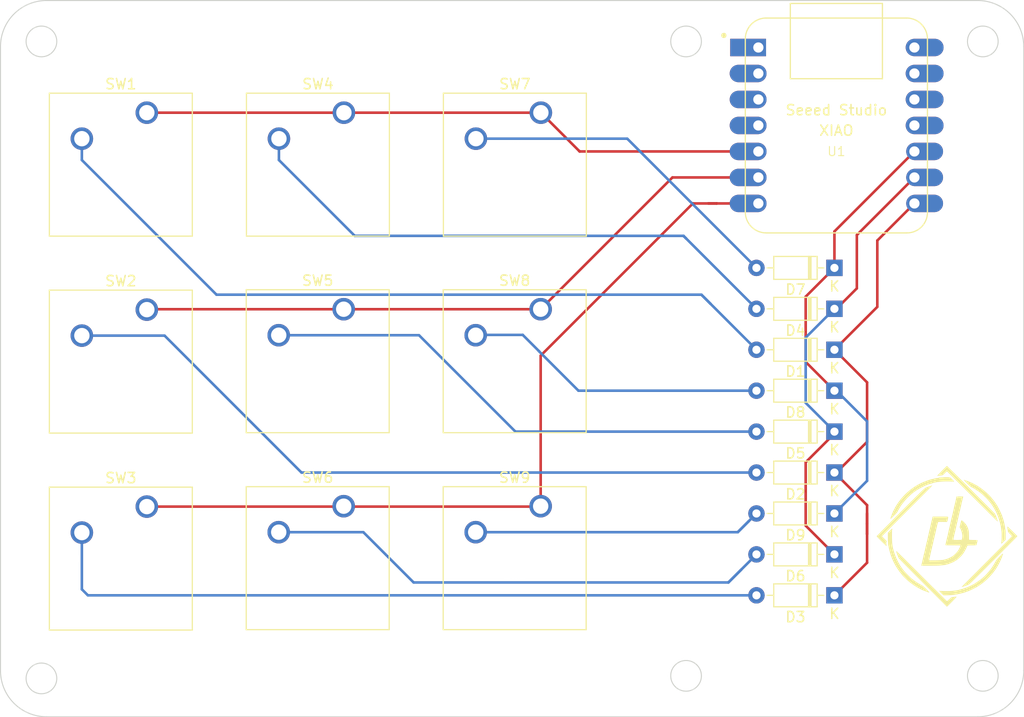
<source format=kicad_pcb>
(kicad_pcb (version 20221018) (generator pcbnew)
  (layers (0 "F.Cu" signal) (31 "B.Cu" signal) (34 "B.Paste" user) (35 "F.Paste" user) (36 "B.SilkS" user "B.Silkscreen") (37 "F.SilkS" user "F.Silkscreen") (38 "B.Mask" user) (39 "F.Mask" user) (44 "Edge.Cuts" user))
  (net 0 "")
  (net 1 "ROW1")
  (net 2 "Net-(D1-A)")
  (net 3 "Net-(D2-A)")
  (net 4 "Net-(D3-A)")
  (net 5 "ROW2")
  (net 6 "Net-(D4-A)")
  (net 7 "Net-(D5-A)")
  (net 8 "Net-(D6-A)")
  (net 9 "ROW3")
  (net 10 "Net-(D7-A)")
  (net 11 "Net-(D8-A)")
  (net 12 "Net-(D9-A)")
  (net 13 "COL1")
  (net 14 "COL2")
  (net 15 "COL3")
  (footprint "Button_Switch_Keyboard:SW_Cherry_MX_1.00u_PCB" (layer "F.Cu") (at 96.299912 97.21)
    (fp_text reference "SW2")
    (fp_text value "SW_Push")
  )
  (footprint "Button_Switch_Keyboard:SW_Cherry_MX_1.00u_PCB" (layer "F.Cu") (at 115.54 97.17)
    (fp_text reference "SW5")
    (fp_text value "SW_Push")
  )
  (footprint "Diode_THT:D_DO-35_SOD27_P7.62mm_Horizontal" (layer "F.Cu") (at 163.5 105.132015 180)
    (fp_text reference "D8")
    (fp_text value "1N4148WT")
  )
  (footprint "Button_Switch_Keyboard:SW_Cherry_MX_1.00u_PCB" (layer "F.Cu") (at 115.54 116.42)
    (fp_text reference "SW6")
    (fp_text value "SW_Push")
  )
  (footprint "Button_Switch_Keyboard:SW_Cherry_MX_1.00u_PCB" (layer "F.Cu") (at 96.299912 77.962015)
    (fp_text reference "SW1")
    (fp_text value "SW_Push")
  )
  (footprint "Button_Switch_Keyboard:SW_Cherry_MX_1.00u_PCB" (layer "F.Cu") (at 134.79 116.42)
    (fp_text reference "SW9")
    (fp_text value "SW_Push")
  )
  (footprint "Diode_THT:D_DO-35_SOD27_P7.62mm_Horizontal" (layer "F.Cu") (at 163.5 113.132015 180)
    (fp_text reference "D2")
    (fp_text value "1N4148WT")
  )
  (footprint "footprints:XIAO-Generic-Hybrid-14P-2.54-21X17.8MM" (layer "F.Cu") (at 163.69 79.212015)
    (fp_text reference "U1")
    (fp_text value "MOUDLE-SEEEDUINO-XIAO" hide)
  )
  (footprint "Button_Switch_Keyboard:SW_Cherry_MX_1.00u_PCB" (layer "F.Cu") (at 134.81 77.962015)
    (fp_text reference "SW7")
    (fp_text value "SW_Push")
  )
  (footprint "Button_Switch_Keyboard:SW_Cherry_MX_1.00u_PCB" (layer "F.Cu") (at 96.299912 116.46)
    (fp_text reference "SW3")
    (fp_text value "SW_Push")
  )
  (footprint "Diode_THT:D_DO-35_SOD27_P7.62mm_Horizontal" (layer "F.Cu") (at 163.5 93.132015 180)
    (fp_text reference "D7")
    (fp_text value "1N4148WT")
  )
  (footprint "Diode_THT:D_DO-35_SOD27_P7.62mm_Horizontal" (layer "F.Cu") (at 163.5 117.132015 180)
    (fp_text reference "D9")
    (fp_text value "1N4148WT")
  )
  (footprint "Diode_THT:D_DO-35_SOD27_P7.62mm_Horizontal" (layer "F.Cu") (at 163.5 121.132015 180)
    (fp_text reference "D6")
    (fp_text value "1N4148WT")
  )
  (footprint "Diode_THT:D_DO-35_SOD27_P7.62mm_Horizontal" (layer "F.Cu") (at 163.5 101.132015 180)
    (fp_text reference "D1")
    (fp_text value "1N4148WT")
  )
  (footprint "Button_Switch_Keyboard:SW_Cherry_MX_1.00u_PCB" (layer "F.Cu") (at 115.56 77.962015)
    (fp_text reference "SW4")
    (fp_text value "SW_Push")
  )
  (footprint "Diode_THT:D_DO-35_SOD27_P7.62mm_Horizontal" (layer "F.Cu") (at 163.5 125.132015 180)
    (fp_text reference "D3")
    (fp_text value "1N4148WT")
  )
  (footprint "Button_Switch_Keyboard:SW_Cherry_MX_1.00u_PCB" (layer "F.Cu") (at 134.79 97.17)
    (fp_text reference "SW8")
    (fp_text value "SW_Push")
  )
  (footprint "Diode_THT:D_DO-35_SOD27_P7.62mm_Horizontal" (layer "F.Cu") (at 163.5 109.132015 180)
    (fp_text reference "D5")
    (fp_text value "1N4148WT")
  )
  (footprint "Diode_THT:D_DO-35_SOD27_P7.62mm_Horizontal" (layer "F.Cu") (at 163.5 97.132015 180)
    (fp_text reference "D4")
    (fp_text value "1N4148WT")
  )
  (gr_poly (pts (xy 173.058615 114.376767) (xy 173.058979 114.376896) (xy 173.059358 114.377097) (xy 173.059753 114.377371) (xy 173.06016 114.377718) (xy 173.060581 114.378136) (xy 173.061013 114.378627) (xy 173.061455 114.37919) (xy 173.061908 114.379826) (xy 173.062369 114.380534) (xy 173.063313 114.382167) (xy 173.064281 114.384089) (xy 173.065264 114.386301) (xy 173.066255 114.388802) (xy 173.02717 114.435404) (xy 172.906375 114.562848) (xy 172.430152 115.049599) (xy 170.612685 116.875885) (xy 168.873491 118.620592) (xy 168.344545 119.155188) (xy 168.150296 119.355913) (xy 168.151455 119.358995) (xy 168.154854 119.364192) (xy 168.167908 119.38047) (xy 168.188526 119.403818) (xy 168.215781 119.433304) (xy 168.24874 119.468) (xy 168.286474 119.506974) (xy 168.372546 119.594038) (xy 168.418315 119.639888) (xy 168.458567 119.680459) (xy 168.493574 119.716136) (xy 168.509195 119.732259) (xy 168.523607 119.747304) (xy 168.536843 119.761317) (xy 168.548937 119.774348) (xy 168.559924 119.786444) (xy 168.569837 119.797654) (xy 168.578709 119.808025) (xy 168.586576 119.817606) (xy 168.59347 119.826444) (xy 168.599426 119.834589) (xy 168.604478 119.842087) (xy 168.60866 119.848988) (xy 168.610435 119.852229) (xy 168.612005 119.855339) (xy 168.613374 119.858323) (xy 168.614547 119.861188) (xy 168.615528 119.86394) (xy 168.616321 119.866584) (xy 168.61693 119.869127) (xy 168.617359 119.871575) (xy 168.617614 119.873933) (xy 168.617697 119.876208) (xy 168.617614 119.878406) (xy 168.617368 119.880532) (xy 168.616965 119.882594) (xy 168.616406 119.884596) (xy 168.615699 119.886545) (xy 168.614845 119.888446) (xy 168.613851 119.890307) (xy 168.612719 119.892132) (xy 168.611455 119.893928) (xy 168.610061 119.895701) (xy 168.606906 119.899202) (xy 168.603288 119.902682) (xy 168.59924 119.906191) (xy 168.594796 119.909775) (xy 168.588881 119.91461) (xy 168.583686 119.919355) (xy 168.579189 119.92425) (xy 168.575366 119.929536) (xy 168.572194 119.935451) (xy 168.569651 119.942238) (xy 168.567711 119.950135) (xy 168.566354 119.959384) (xy 168.565554 119.970224) (xy 168.565289 119.982897) (xy 168.565536 119.997641) (xy 168.566271 120.014698) (xy 168.569113 120.056711) (xy 168.57363 120.110858) (xy 168.577082 120.145447) (xy 168.58074 120.178547) (xy 168.584482 120.209333) (xy 168.588182 120.236976) (xy 168.591716 120.260651) (xy 168.594962 120.27953) (xy 168.596437 120.286913) (xy 168.597794 120.292786) (xy 168.599016 120.297048) (xy 168.600088 120.299594) (xy 168.600568 120.300576) (xy 168.601017 120.301536) (xy 168.601434 120.302475) (xy 168.601817 120.303391) (xy 168.602167 120.304283) (xy 168.602483 120.305152) (xy 168.602764 120.305996) (xy 168.603009 120.306815) (xy 168.603219 120.307608) (xy 168.603391 120.308375) (xy 168.603526 120.309114) (xy 168.603623 120.309826) (xy 168.603681 120.310509) (xy 168.603699 120.311164) (xy 168.603678 120.311788) (xy 168.603616 120.312382) (xy 168.603512 120.312946) (xy 168.603367 120.313477) (xy 168.603179 120.313976) (xy 168.602947 120.314443) (xy 168.602672 120.314875) (xy 168.602352 120.315274) (xy 168.601987 120.315637) (xy 168.601576 120.315965) (xy 168.601119 120.316257) (xy 168.600614 120.316512) (xy 168.600062 120.31673) (xy 168.599461 120.316909) (xy 168.598811 120.31705) (xy 168.598111 120.317151) (xy 168.597361 120.317213) (xy 168.59656 120.317233) (xy 168.580664 120.306767) (xy 168.546038 120.277156) (xy 168.431499 120.171244) (xy 168.27475 120.020972) (xy 168.0976 119.847818) (xy 167.921855 119.673258) (xy 167.769324 119.51877) (xy 167.661813 119.405829) (xy 167.631755 119.371651) (xy 167.62113 119.355913) (xy 168.3064 118.658957) (xy 169.954755 117.008177) (xy 170.784192 116.178525) (xy 171.395494 115.568375) (xy 171.631222 115.334573) (xy 171.826671 115.142399) (xy 171.986593 114.987438) (xy 172.054716 114.922531) (xy 172.115739 114.865272) (xy 172.170256 114.815108) (xy 172.218861 114.771488) (xy 172.262147 114.733858) (xy 172.30071 114.701668) (xy 172.335142 114.674365) (xy 172.366038 114.651398) (xy 172.393991 114.632214) (xy 172.419596 114.616261) (xy 172.443447 114.602987) (xy 172.466137 114.591842) (xy 172.488261 114.582271) (xy 172.510412 114.573724) (xy 172.611171 114.538732) (xy 172.658934 114.52046) (xy 172.703555 114.503675) (xy 172.739908 114.489867) (xy 172.753381 114.484545) (xy 172.762866 114.480524) (xy 172.798467 114.466286) (xy 172.831382 114.453928) (xy 172.861899 114.443349) (xy 172.890307 114.434443) (xy 172.903811 114.430586) (xy 172.916896 114.427108) (xy 172.929599 114.423998) (xy 172.941956 114.421241) (xy 172.954002 114.418826) (xy 172.965775 114.416739) (xy 172.97731 114.414967) (xy 172.988644 114.413497) (xy 172.995191 114.412424) (xy 173.00158 114.411195) (xy 173.007778 114.409823) (xy 173.013752 114.408315) (xy 173.019467 114.406684) (xy 173.02489 114.404939) (xy 173.029987 114.403091) (xy 173.034725 114.40115) (xy 173.039071 114.399126) (xy 173.041086 114.398086) (xy 173.04299 114.397029) (xy 173.044779 114.395957) (xy 173.046449 114.394871) (xy 173.047996 114.393772) (xy 173.049415 114.392661) (xy 173.050702 114.39154) (xy 173.051854 114.390409) (xy 173.052865 114.389271) (xy 173.053732 114.388127) (xy 173.05445 114.386977) (xy 173.055015 114.385824) (xy 173.055424 114.384668) (xy 173.055671 114.38351) (xy 173.055687 114.382554) (xy 173.055732 114.381671) (xy 173.055807 114.380859) (xy 173.055909 114.38012) (xy 173.056039 114.379454) (xy 173.056195 114.37886) (xy 173.056376 114.378338) (xy 173.056581 114.377888) (xy 173.056809 114.377511) (xy 173.05706 114.377206) (xy 173.057332 114.376973) (xy 173.057625 114.376813) (xy 173.057937 114.376725) (xy 173.058267 114.37671)) (fill solid) (layer "F.SilkS"))
  (gr_poly (pts (xy 170.286145 121.51337) (xy 172.022032 123.245289) (xy 172.975469 124.197651) (xy 173.759904 124.977207) (xy 174.293646 125.503755) (xy 174.440979 125.647088) (xy 174.495005 125.697094) (xy 174.498395 125.696078) (xy 174.503855 125.693098) (xy 174.520498 125.68166) (xy 174.543963 125.663608) (xy 174.573277 125.639768) (xy 174.607469 125.610967) (xy 174.645569 125.578031) (xy 174.686603 125.541789) (xy 174.729602 125.503066) (xy 174.795193 125.442567) (xy 174.822608 125.417695) (xy 174.846873 125.396103) (xy 174.868316 125.377559) (xy 174.887267 125.361835) (xy 174.895909 125.354957) (xy 174.904051 125.348699) (xy 174.911735 125.34303) (xy 174.918999 125.337922) (xy 174.925887 125.333347) (xy 174.932438 125.329275) (xy 174.938694 125.325677) (xy 174.944696 125.322526) (xy 174.950485 125.319792) (xy 174.956102 125.317447) (xy 174.961587 125.315461) (xy 174.966983 125.313806) (xy 174.972329 125.312454) (xy 174.977667 125.311376) (xy 174.983038 125.310542) (xy 174.988483 125.309924) (xy 174.999759 125.309221) (xy 175.011824 125.309038) (xy 175.019484 125.308957) (xy 175.027217 125.308718) (xy 175.03497 125.308329) (xy 175.042692 125.307798) (xy 175.050332 125.307133) (xy 175.057837 125.306341) (xy 175.065156 125.30543) (xy 175.072237 125.304408) (xy 175.079029 125.303283) (xy 175.08548 125.302062) (xy 175.091539 125.300753) (xy 175.097152 125.299364) (xy 175.10227 125.297903) (xy 175.10684 125.296377) (xy 175.110811 125.294795) (xy 175.11413 125.293163) (xy 175.124657 125.289554) (xy 175.140468 125.286035) (xy 175.160728 125.282656) (xy 175.184603 125.279465) (xy 175.239859 125.273847) (xy 175.299559 125.269571) (xy 175.357026 125.267032) (xy 175.405585 125.266622) (xy 175.424437 125.267338) (xy 175.438558 125.268734) (xy 175.447113 125.270858) (xy 175.449043 125.272209) (xy 175.449269 125.27376) (xy 175.438136 125.288212) (xy 175.40965 125.320004) (xy 175.310252 125.425758) (xy 175.009178 125.737002) (xy 174.700167 126.0499) (xy 174.590847 126.157721) (xy 174.537338 126.206858) (xy 174.489713 126.242136) (xy 172.157852 123.910275) (xy 171.25 122.999998) (xy 170.50156 122.245164) (xy 169.989922 121.724486) (xy 169.847088 121.576554) (xy 169.792477 121.516678) (xy 169.784691 121.500964) (xy 169.774838 121.479608) (xy 169.750584 121.423852) (xy 169.723024 121.357183) (xy 169.695463 121.287372) (xy 169.668426 121.21971) (xy 169.644531 121.158828) (xy 169.626258 121.111506) (xy 169.616088 121.084524) (xy 169.600837 121.045378) (xy 169.588004 121.010799) (xy 169.577362 120.980065) (xy 169.572791 120.965914) (xy 169.568683 120.952453) (xy 169.56501 120.939591) (xy 169.561742 120.927238) (xy 169.558851 120.915304) (xy 169.556309 120.903698) (xy 169.554087 120.892329) (xy 169.552157 120.881108) (xy 169.550491 120.869944) (xy 169.54906 120.858746) (xy 169.54817 120.8522) (xy 169.547479 120.845813) (xy 169.546979 120.839623) (xy 169.546662 120.833666) (xy 169.546522 120.827977) (xy 169.546549 120.822594) (xy 169.546736 120.817551) (xy 169.547076 120.812885) (xy 169.54756 120.808633) (xy 169.548182 120.804831) (xy 169.548932 120.801514) (xy 169.549354 120.800049) (xy 169.549804 120.798719) (xy 169.550283 120.797529) (xy 169.55079 120.796483) (xy 169.551323 120.795585) (xy 169.551882 120.79484) (xy 169.552465 120.794253) (xy 169.553072 120.793828) (xy 169.553701 120.79357) (xy 169.554352 120.793483)) (fill solid) (layer "F.SilkS"))
  (gr_poly (pts (xy 179.948295 121.058321) (xy 179.950963 121.059067) (xy 179.953427 121.060281) (xy 179.955688 121.061939) (xy 179.957748 121.064015) (xy 179.959607 121.066485) (xy 179.961267 121.069324) (xy 179.96273 121.072508) (xy 179.963996 121.076013) (xy 179.965067 121.079814) (xy 179.966629 121.088204) (xy 179.967427 121.097483) (xy 179.96747 121.107455) (xy 179.966769 121.117923) (xy 179.965334 121.128691) (xy 179.963176 121.139562) (xy 179.960304 121.15034) (xy 179.95673 121.160829) (xy 179.952463 121.170832) (xy 179.947515 121.180152) (xy 179.944788 121.184496) (xy 179.941894 121.188595) (xy 179.939272 121.19233) (xy 179.936706 121.196239) (xy 179.934212 121.200288) (xy 179.931807 121.204442) (xy 179.929505 121.208668) (xy 179.927321 121.212934) (xy 179.925272 121.217204) (xy 179.923373 121.221447) (xy 179.921639 121.225627) (xy 179.920086 121.229711) (xy 179.91873 121.233667) (xy 179.917585 121.23746) (xy 179.916668 121.241056) (xy 179.915994 121.244422) (xy 179.915578 121.247525) (xy 179.915435 121.250331) (xy 179.913957 121.263548) (xy 179.909644 121.282394) (xy 179.893249 121.33519) (xy 179.867717 121.405143) (xy 179.834517 121.488676) (xy 179.795115 121.582213) (xy 179.75098 121.68218) (xy 179.70358 121.784999) (xy 179.65438 121.887094) (xy 179.598066 121.999521) (xy 179.540792 122.108762) (xy 179.482387 122.215062) (xy 179.422677 122.318668) (xy 179.361489 122.419824) (xy 179.29865 122.518777) (xy 179.233987 122.61577) (xy 179.167326 122.711051) (xy 179.098495 122.804864) (xy 179.027321 122.897454) (xy 178.95363 122.989069) (xy 178.877249 123.079951) (xy 178.798006 123.170348) (xy 178.715726 123.260505) (xy 178.630237 123.350667) (xy 178.541366 123.44108) (xy 178.453306 123.527597) (xy 178.372667 123.604708) (xy 178.296947 123.674585) (xy 178.223646 123.739398) (xy 178.150262 123.801317) (xy 178.074294 123.862512) (xy 177.993241 123.925154) (xy 177.904602 123.991414) (xy 177.880724 124.008784) (xy 177.857115 124.026195) (xy 177.834374 124.043193) (xy 177.813101 124.059323) (xy 177.793894 124.07413) (xy 177.777354 124.08716) (xy 177.76408 124.097956) (xy 177.754671 124.106066) (xy 177.746307 124.112557) (xy 177.73604 124.119957) (xy 177.724286 124.128018) (xy 177.711456 124.136493) (xy 177.697965 124.145134) (xy 177.684226 124.153691) (xy 177.670652 124.161919) (xy 177.657657 124.169567) (xy 177.643943 124.176957) (xy 177.628306 124.18569) (xy 177.611304 124.195457) (xy 177.593496 124.205947) (xy 177.57544 124.216851) (xy 177.557695 124.227858) (xy 177.540817 124.238658) (xy 177.525366 124.248942) (xy 177.510634 124.258826) (xy 177.49582 124.268483) (xy 177.481337 124.277684) (xy 177.467598 124.286204) (xy 177.455017 124.293814) (xy 177.444006 124.300288) (xy 177.43498 124.305396) (xy 177.428352 124.308913) (xy 177.412697 124.317237) (xy 177.389105 124.330521) (xy 177.360883 124.347113) (xy 177.346069 124.356133) (xy 177.331338 124.365359) (xy 177.314681 124.375622) (xy 177.294324 124.3876) (xy 177.271032 124.40086) (xy 177.245569 124.414968) (xy 177.218701 124.429489) (xy 177.191192 124.443989) (xy 177.163807 124.458035) (xy 177.13731 124.471192) (xy 177.087591 124.497209) (xy 177.042501 124.52058) (xy 176.98738 124.548803) (xy 176.956943 124.564746) (xy 176.929089 124.578789) (xy 176.901773 124.591838) (xy 176.872947 124.604806) (xy 176.840567 124.6186) (xy 176.802585 124.634131) (xy 176.701629 124.674039) (xy 176.664319 124.688608) (xy 176.628373 124.70295) (xy 176.59466 124.716672) (xy 176.564047 124.729381) (xy 176.537402 124.740684) (xy 176.515594 124.750189) (xy 176.499492 124.757503) (xy 176.489962 124.762234) (xy 176.486577 124.764176) (xy 176.483052 124.76603) (xy 176.479413 124.767791) (xy 176.475686 124.769454) (xy 176.471898 124.771013) (xy 176.468073 124.772465) (xy 176.464238 124.773802) (xy 176.460418 124.775021) (xy 176.45664 124.776115) (xy 176.452929 124.777081) (xy 176.44931 124.777912) (xy 176.445811 124.778603) (xy 176.442457 124.77915) (xy 176.439273 124.779547) (xy 176.436285 124.779789) (xy 176.433519 124.779871) (xy 176.430652 124.779994) (xy 176.427366 124.780354) (xy 176.423698 124.780941) (xy 176.419683 124.781745) (xy 176.415359 124.782757) (xy 176.41076 124.783964) (xy 176.400887 124.786927) (xy 176.390351 124.790551) (xy 176.379444 124.794754) (xy 176.368454 124.799453) (xy 176.357671 124.804566) (xy 176.344947 124.810664) (xy 176.328223 124.817633) (xy 176.28447 124.833698) (xy 176.229803 124.851788) (xy 176.167612 124.870933) (xy 176.101287 124.89016) (xy 176.034218 124.908498) (xy 175.969795 124.924976) (xy 175.911407 124.938622) (xy 175.87081 124.948379) (xy 175.850667 124.953443) (xy 175.831371 124.958465) (xy 175.813481 124.963323) (xy 175.797554 124.967891) (xy 175.784149 124.972046) (xy 175.773824 124.975663) (xy 175.769305 124.977295) (xy 175.764374 124.978877) (xy 175.753457 124.981864) (xy 175.741423 124.984562) (xy 175.728624 124.986908) (xy 175.715412 124.988841) (xy 175.702138 124.990298) (xy 175.689154 124.991218) (xy 175.68288 124.991457) (xy 175.67681 124.991538) (xy 175.67072 124.991971) (xy 175.664387 124.992603) (xy 175.657858 124.993426) (xy 175.651179 124.994432) (xy 175.644396 124.995614) (xy 175.637557 124.996964) (xy 175.630707 124.998474) (xy 175.623893 125.000137) (xy 175.617163 125.001945) (xy 175.610561 125.003889) (xy 175.604135 125.005963) (xy 175.597931 125.008158) (xy 175.591996 125.010466) (xy 175.586376 125.012881) (xy 175.581118 125.015394) (xy 175.576268 125.017997) (xy 175.571175 125.0206) (xy 175.565203 125.023113) (xy 175.558425 125.025528) (xy 175.550913 125.027836) (xy 175.542739 125.030031) (xy 175.533977 125.032105) (xy 175.514973 125.035857) (xy 175.494482 125.039029) (xy 175.473081 125.041562) (xy 175.451349 125.043391) (xy 175.429866 125.044456) (xy 175.419212 125.044577) (xy 175.408465 125.044931) (xy 175.397697 125.045502) (xy 175.386981 125.046274) (xy 175.376389 125.047233) (xy 175.365993 125.048362) (xy 175.355867 125.049646) (xy 175.346081 125.05107) (xy 175.336708 125.052617) (xy 175.327822 125.054274) (xy 175.319493 125.056023) (xy 175.311795 125.05785) (xy 175.3048 125.059739) (xy 175.29858 125.061674) (xy 175.293207 125.063641) (xy 175.288755 125.065623) (xy 175.26534 125.073271) (xy 175.222733 125.080922) (xy 175.090979 125.095746) (xy 174.915568 125.109123) (xy 174.718578 125.120082) (xy 174.522083 125.12765) (xy 174.348161 125.130858) (xy 174.218887 125.128732) (xy 174.177892 125.125366) (xy 174.156338 125.120302) (xy 174.145098 125.112182) (xy 174.127847 125.097672) (xy 174.078892 125.053027) (xy 174.016626 124.993458) (xy 173.948199 124.926055) (xy 173.880765 124.857907) (xy 173.821475 124.796106) (xy 173.777481 124.74774) (xy 173.763455 124.730811) (xy 173.755935 124.7199) (xy 173.752959 124.714294) (xy 173.750809 124.709371) (xy 173.749734 124.70511) (xy 173.749982 124.701489) (xy 173.75068 124.699912) (xy 173.751801 124.698488) (xy 173.755439 124.696087) (xy 173.761144 124.694265) (xy 173.769165 124.693) (xy 173.779748 124.692274) (xy 173.793142 124.692063) (xy 173.829357 124.693111) (xy 173.879793 124.695977) (xy 173.946435 124.700497) (xy 174.073821 124.707866) (xy 174.213113 124.712816) (xy 174.359185 124.715411) (xy 174.506911 124.71571) (xy 174.651164 124.713778) (xy 174.786818 124.709674) (xy 174.908747 124.703463) (xy 175.011824 124.695205) (xy 175.138669 124.68139) (xy 175.259292 124.666707) (xy 175.370779 124.651611) (xy 175.470215 124.636556) (xy 175.554685 124.621997) (xy 175.590397 124.615045) (xy 175.621275 124.608389) (xy 175.646955 124.602083) (xy 175.667071 124.596186) (xy 175.68126 124.590754) (xy 175.686018 124.58823) (xy 175.689158 124.585844) (xy 175.691425 124.583902) (xy 175.694236 124.582047) (xy 175.697552 124.580286) (xy 175.701339 124.578623) (xy 175.705561 124.577064) (xy 175.71018 124.575613) (xy 175.71516 124.574275) (xy 175.720467 124.573056) (xy 175.726062 124.571962) (xy 175.731911 124.570996) (xy 175.737977 124.570165) (xy 175.744224 124.569474) (xy 175.750615 124.568927) (xy 175.757115 124.56853) (xy 175.763688 124.568288) (xy 175.770296 124.568206) (xy 175.776695 124.568064) (xy 175.783288 124.567648) (xy 175.79002 124.566973) (xy 175.796837 124.566056) (xy 175.803686 124.564911) (xy 175.810511 124.563555) (xy 175.817259 124.562002) (xy 175.823875 124.560268) (xy 175.830305 124.558369) (xy 175.836494 124.55632) (xy 175.842389 124.554137) (xy 175.847935 124.551835) (xy 175.853078 124.549429) (xy 175.857764 124.546936) (xy 175.861938 124.54437) (xy 175.865547 124.541747) (xy 175.869404 124.539125) (xy 175.87367 124.536559) (xy 175.878298 124.534065) (xy 175.883241 124.53166) (xy 175.888452 124.529358) (xy 175.893886 124.527174) (xy 175.899495 124.525125) (xy 175.905234 124.523226) (xy 175.911055 124.521492) (xy 175.916913 124.519939) (xy 175.92276 124.518583) (xy 175.92855 124.517438) (xy 175.934237 124.516521) (xy 175.939775 124.515847) (xy 175.945115 124.515431) (xy 175.950213 124.515288) (xy 175.955582 124.515207) (xy 175.961079 124.514965) (xy 175.966669 124.514568) (xy 175.972317 124.514021) (xy 175.977985 124.513329) (xy 175.983637 124.512498) (xy 175.989238 124.511532) (xy 175.994751 124.510438) (xy 176.00014 124.509219) (xy 176.005369 124.507881) (xy 176.010401 124.50643) (xy 176.015201 124.50487) (xy 176.019732 124.503207) (xy 176.023959 124.501446) (xy 176.027844 124.499591) (xy 176.031352 124.497649) (xy 176.041594 124.492995) (xy 176.059712 124.485881) (xy 176.115357 124.465679) (xy 176.189854 124.439855) (xy 176.274769 124.411219) (xy 176.318587 124.397304) (xy 176.360731 124.383576) (xy 176.400187 124.370385) (xy 176.435944 124.358082) (xy 176.466988 124.34702) (xy 176.492306 124.337549) (xy 176.510886 124.330022) (xy 176.517332 124.327096) (xy 176.521714 124.324789) (xy 176.564047 124.305386) (xy 176.616963 124.280692) (xy 176.707479 124.238376) (xy 176.801014 124.193186) (xy 176.894465 124.146715) (xy 176.984734 124.100554) (xy 177.068718 124.056295) (xy 177.143318 124.015529) (xy 177.205433 123.979849) (xy 177.251963 123.950844) (xy 177.499707 123.785452) (xy 177.590888 123.723912) (xy 177.663611 123.674134) (xy 177.720376 123.634361) (xy 177.763684 123.602835) (xy 177.781074 123.589615) (xy 177.796037 123.577799) (xy 177.808887 123.567166) (xy 177.819935 123.557497) (xy 177.852457 123.530129) (xy 177.893577 123.495981) (xy 177.938005 123.459518) (xy 177.980449 123.425205) (xy 178.018198 123.393953) (xy 178.060275 123.356844) (xy 178.155046 123.267585) (xy 178.260029 123.162493) (xy 178.370489 123.046631) (xy 178.481694 122.925064) (xy 178.588909 122.802856) (xy 178.6874 122.685071) (xy 178.772435 122.576774) (xy 178.833965 122.491936) (xy 178.900538 122.394819) (xy 178.969757 122.289351) (xy 179.039224 122.179459) (xy 179.106541 122.069071) (xy 179.16931 121.962115) (xy 179.225135 121.862517) (xy 179.271616 121.774205) (xy 179.279512 121.759028) (xy 179.288728 121.743161) (xy 179.299386 121.726452) (xy 179.311607 121.708748) (xy 179.341224 121.669746) (xy 179.378552 121.624936) (xy 179.424561 121.573098) (xy 179.480223 121.513012) (xy 179.54651 121.443458) (xy 179.624394 121.363219) (xy 179.684779 121.301996) (xy 179.742023 121.244845) (xy 179.794802 121.193028) (xy 179.841793 121.147804) (xy 179.881674 121.110435) (xy 179.913121 121.082182) (xy 179.925268 121.071868) (xy 179.934811 121.064305) (xy 179.941584 121.059652) (xy 179.94388 121.058466) (xy 179.945422 121.058066)) (fill solid) (layer "F.SilkS"))
  (gr_poly (pts (xy 174.576674 113.583173) (xy 174.658991 113.585902) (xy 174.724027 113.59045) (xy 174.747908 113.593406) (xy 174.764879 113.596816) (xy 174.773798 113.599697) (xy 174.783393 113.603741) (xy 174.793723 113.608994) (xy 174.804843 113.615503) (xy 174.81681 113.623313) (xy 174.829682 113.632473) (xy 174.843515 113.643028) (xy 174.858366 113.655025) (xy 174.874292 113.66851) (xy 174.891349 113.683529) (xy 174.929087 113.718359) (xy 174.972033 113.759886) (xy 175.020643 113.808483) (xy 175.058894 113.848536) (xy 175.093817 113.886149) (xy 175.109817 113.903796) (xy 175.12473 113.920538) (xy 175.138469 113.936278) (xy 175.150951 113.950917) (xy 175.162088 113.964357) (xy 175.171797 113.9765) (xy 175.179991 113.987248) (xy 175.186587 113.996502) (xy 175.191497 114.004165) (xy 175.193294 114.007369) (xy 175.194638 114.010138) (xy 175.195518 114.01246) (xy 175.195924 114.014323) (xy 175.195844 114.015714) (xy 175.195269 114.016622) (xy 175.192539 114.018152) (xy 175.187734 114.01944) (xy 175.180971 114.02049) (xy 175.172366 114.021307) (xy 175.150093 114.022265) (xy 175.121847 114.022355) (xy 175.088557 114.021617) (xy 175.051153 114.020095) (xy 175.010566 114.017828) (xy 174.967727 114.014858) (xy 174.853336 114.007413) (xy 174.728279 114.002263) (xy 174.596277 113.999386) (xy 174.46105 113.998762) (xy 174.326319 114.000371) (xy 174.195805 114.004192) (xy 174.073229 114.010203) (xy 173.96231 114.018385) (xy 173.834711 114.03024) (xy 173.71509 114.043107) (xy 173.605309 114.056678) (xy 173.507227 114.07064) (xy 173.422705 114.084686) (xy 173.38611 114.091643) (xy 173.353603 114.098504) (xy 173.325416 114.105231) (xy 173.301782 114.111785) (xy 173.282933 114.118127) (xy 173.269102 114.124218) (xy 173.265183 114.126181) (xy 173.260737 114.128091) (xy 173.255816 114.129939) (xy 173.250471 114.131715) (xy 173.244754 114.133409) (xy 173.238716 114.135009) (xy 173.23241 114.136506) (xy 173.225887 114.137889) (xy 173.212396 114.140273) (xy 173.198657 114.142078) (xy 173.191823 114.142738) (xy 173.185083 114.143222) (xy 173.178487 114.14352) (xy 173.172088 114.143622) (xy 173.16577 114.143764) (xy 173.15941 114.14418) (xy 173.153051 114.144854) (xy 173.146732 114.145772) (xy 173.140497 114.146916) (xy 173.134385 114.148273) (xy 173.128439 114.149826) (xy 173.122699 114.151559) (xy 173.117208 114.153459) (xy 173.112006 114.155508) (xy 173.107134 114.157691) (xy 173.102635 114.159993) (xy 173.098549 114.162399) (xy 173.094918 114.164892) (xy 173.091783 114.167458) (xy 173.090414 114.168763) (xy 173.089185 114.17008) (xy 173.086689 114.172703) (xy 173.083849 114.175269) (xy 173.080693 114.177762) (xy 173.077251 114.180167) (xy 173.073551 114.18247) (xy 173.069621 114.184653) (xy 173.065489 114.186702) (xy 173.061184 114.188601) (xy 173.056734 114.190335) (xy 173.052168 114.191888) (xy 173.047514 114.193244) (xy 173.042801 114.194389) (xy 173.038056 114.195306) (xy 173.033309 114.19598) (xy 173.028588 114.196396) (xy 173.023922 114.196539) (xy 173.013385 114.197677) (xy 172.996843 114.200935) (xy 172.948846 114.212855) (xy 172.886131 114.230397) (xy 172.814901 114.25166) (xy 172.741355 114.274742) (xy 172.671695 114.297742) (xy 172.612122 114.318756) (xy 172.568838 114.335885) (xy 172.549573 114.344236) (xy 172.523197 114.355068) (xy 172.493184 114.366891) (xy 172.463005 114.378219) (xy 172.43346 114.389216) (xy 172.405238 114.400047) (xy 172.365991 114.41526) (xy 172.360245 114.417555) (xy 172.353754 114.420387) (xy 172.346767 114.423632) (xy 172.339533 114.427167) (xy 172.332298 114.430867) (xy 172.325311 114.434608) (xy 172.318821 114.438267) (xy 172.313074 114.441719) (xy 172.284135 114.45718) (xy 172.224439 114.487359) (xy 172.142914 114.527791) (xy 172.048491 114.57401) (xy 171.952166 114.622765) (xy 171.865267 114.667717) (xy 171.797219 114.703739) (xy 171.77321 114.7168) (xy 171.757449 114.725705) (xy 171.746514 114.733033) (xy 171.735125 114.74034) (xy 171.723653 114.74744) (xy 171.71247 114.754148) (xy 171.701949 114.760277) (xy 171.692461 114.765641) (xy 171.684379 114.770054) (xy 171.678074 114.773331) (xy 171.654889 114.786136) (xy 171.616944 114.809628) (xy 171.568003 114.841264) (xy 171.511828 114.878502) (xy 171.39282 114.959613) (xy 171.337513 114.998401) (xy 171.290019 115.032621) (xy 171.216747 115.087869) (xy 171.142641 115.146272) (xy 171.067982 115.207553) (xy 170.993051 115.271435) (xy 170.918131 115.337644) (xy 170.843503 115.405901) (xy 170.769449 115.475931) (xy 170.696249 115.547457) (xy 170.624187 115.620202) (xy 170.553543 115.693891) (xy 170.4846 115.768246) (xy 170.417638 115.842991) (xy 170.352939 115.91785) (xy 170.290786 115.992546) (xy 170.231459 116.066803) (xy 170.175241 116.140344) (xy 170.095755 116.24717) (xy 170.060271 116.295497) (xy 170.028838 116.338782) (xy 170.002366 116.375782) (xy 169.981764 116.405258) (xy 169.967942 116.42597) (xy 169.963858 116.432652) (xy 169.96181 116.436677) (xy 169.958534 116.44291) (xy 169.954121 116.450816) (xy 169.942628 116.470412) (xy 169.92882 116.492984) (xy 169.914185 116.516053) (xy 169.906775 116.527149) (xy 169.89922 116.53901) (xy 169.891706 116.551244) (xy 169.88442 116.563457) (xy 169.871273 116.586249) (xy 169.861268 116.604247) (xy 169.851291 116.621996) (xy 169.838338 116.644375) (xy 169.810116 116.692441) (xy 169.801507 116.70586) (xy 169.79052 116.724384) (xy 169.763152 116.77336) (xy 169.731485 116.832588) (xy 169.698991 116.895289) (xy 169.674065 116.942135) (xy 169.661656 116.963695) (xy 169.648747 116.98464) (xy 169.63494 117.005441) (xy 169.619833 117.026567) (xy 169.603025 117.048489) (xy 169.584117 117.071677) (xy 169.562708 117.096602) (xy 169.538397 117.123733) (xy 169.479469 117.186495) (xy 169.404128 117.263727) (xy 169.309171 117.359191) (xy 169.245733 117.422074) (xy 169.185975 117.480265) (xy 169.13126 117.532545) (xy 169.082952 117.577693) (xy 169.042417 117.61449) (xy 169.025491 117.629376) (xy 169.011019 117.641717) (xy 168.999172 117.65136) (xy 168.990121 117.658153) (xy 168.984036 117.661944) (xy 168.982159 117.662666) (xy 168.981088 117.66258) (xy 168.979183 117.66079) (xy 168.977752 117.657787) (xy 168.976775 117.653652) (xy 168.97623 117.648462) (xy 168.976352 117.635241) (xy 168.977946 117.618759) (xy 168.980842 117.599651) (xy 168.984871 117.578554) (xy 168.98986 117.556103) (xy 168.99564 117.532934) (xy 169.00204 117.509682) (xy 169.00889 117.486983) (xy 169.016019 117.465473) (xy 169.023256 117.445787) (xy 169.030431 117.428561) (xy 169.037374 117.41443) (xy 169.043913 117.40403) (xy 169.046979 117.400428) (xy 169.049879 117.397997) (xy 169.051822 117.396553) (xy 169.053676 117.394879) (xy 169.055437 117.392993) (xy 169.0571 117.390914) (xy 169.05866 117.388658) (xy 169.060112 117.386245) (xy 169.061449 117.383693) (xy 169.062668 117.381019) (xy 169.063762 117.378242) (xy 169.064728 117.37538) (xy 169.065559 117.37245) (xy 169.066251 117.369471) (xy 169.066798 117.366462) (xy 169.067195 117.363439) (xy 169.067437 117.360422) (xy 169.067518 117.357428) (xy 169.067925 117.353519) (xy 169.069117 117.347819) (xy 169.073692 117.331493) (xy 169.080913 117.309337) (xy 169.090449 117.282242) (xy 169.101969 117.251094) (xy 169.115144 117.216785) (xy 169.129641 117.180201) (xy 169.14513 117.142233) (xy 169.233324 116.930566) (xy 169.235622 116.924737) (xy 169.238478 116.917999) (xy 169.241789 116.910599) (xy 169.245451 116.902785) (xy 169.249361 116.894806) (xy 169.253416 116.88691) (xy 169.257512 116.879345) (xy 169.261546 116.872358) (xy 169.280866 116.8381) (xy 169.303659 116.795408) (xy 169.336705 116.731219) (xy 169.386782 116.632469) (xy 169.403071 116.601025) (xy 169.419855 116.569437) (xy 169.43664 116.538552) (xy 169.452928 116.509217) (xy 169.468224 116.48228) (xy 169.482032 116.458588) (xy 169.493856 116.438989) (xy 169.503199 116.42433) (xy 169.511526 116.411972) (xy 169.519212 116.400214) (xy 169.526112 116.389324) (xy 169.532083 116.379571) (xy 169.536978 116.371224) (xy 169.540654 116.364551) (xy 169.54199 116.361926) (xy 169.542966 116.359821) (xy 169.543565 116.358268) (xy 169.543717 116.35771) (xy 169.543769 116.357302) (xy 169.544439 116.355355) (xy 169.546407 116.351563) (xy 169.553966 116.338837) (xy 169.581692 116.295567) (xy 169.622647 116.233775) (xy 169.672532 116.159747) (xy 169.734215 116.070284) (xy 169.797482 115.98189) (xy 169.862222 115.894685) (xy 169.928324 115.808788) (xy 169.995676 115.724317) (xy 170.064167 115.641391) (xy 170.133687 115.560129) (xy 170.204124 115.48065) (xy 170.275368 115.403072) (xy 170.347306 115.327515) (xy 170.419828 115.254098) (xy 170.492823 115.182938) (xy 170.56618 115.114156) (xy 170.639788 115.04787) (xy 170.713535 114.984199) (xy 170.78731 114.923261) (xy 170.860126 114.864777) (xy 170.92798 114.809931) (xy 171.01838 114.736288) (xy 171.050808 114.711862) (xy 171.10153 114.67582) (xy 171.232472 114.585917) (xy 171.360436 114.500644) (xy 171.407438 114.470389) (xy 171.434658 114.454066) (xy 171.440304 114.451372) (xy 171.447749 114.447396) (xy 171.45664 114.442346) (xy 171.466628 114.436427) (xy 171.477359 114.429847) (xy 171.488483 114.422812) (xy 171.499649 114.415529) (xy 171.510505 114.408205) (xy 171.578945 114.366964) (xy 171.664459 114.319046) (xy 171.761962 114.267035) (xy 171.866369 114.213516) (xy 171.972595 114.161071) (xy 172.075555 114.112285) (xy 172.170165 114.069741) (xy 172.251338 114.036024) (xy 172.322279 114.007389) (xy 172.384953 113.981565) (xy 172.432412 113.961363) (xy 172.448267 113.954248) (xy 172.457713 113.949594) (xy 172.461119 113.947652) (xy 172.464703 113.945797) (xy 172.468437 113.944036) (xy 172.472293 113.942373) (xy 172.476241 113.940813) (xy 172.480254 113.939362) (xy 172.484304 113.938024) (xy 172.488361 113.936806) (xy 172.492397 113.935711) (xy 172.496384 113.934746) (xy 172.500294 113.933914) (xy 172.504098 113.933223) (xy 172.507767 113.932676) (xy 172.511274 113.932279) (xy 172.51459 113.932037) (xy 172.517685 113.931955) (xy 172.520862 113.931833) (xy 172.524414 113.931473) (xy 172.528301 113.930885) (xy 172.532485 113.930081) (xy 172.536928 113.92907) (xy 172.541591 113.927862) (xy 172.546434 113.926469) (xy 172.55142 113.924899) (xy 172.556508 113.923165) (xy 172.561662 113.921275) (xy 172.566841 113.919241) (xy 172.572007 113.917072) (xy 172.577122 113.914779) (xy 172.582146 113.912373) (xy 172.587042 113.909863) (xy 172.591769 113.90726) (xy 172.603572 113.901511) (xy 172.618723 113.894996) (xy 172.636603 113.887944) (xy 172.656592 113.880582) (xy 172.678068 113.873137) (xy 172.700413 113.865837) (xy 172.723006 113.858909) (xy 172.745227 113.85258) (xy 172.789104 113.84026) (xy 172.830335 113.828106) (xy 172.864289 113.817605) (xy 172.877091 113.81344) (xy 172.886338 113.810247) (xy 172.898181 113.805854) (xy 172.911708 113.801313) (xy 172.942783 113.792029) (xy 172.977495 113.782869) (xy 173.013779 113.774308) (xy 173.049567 113.766821) (xy 173.082791 113.760885) (xy 173.111385 113.756975) (xy 173.1233 113.755928) (xy 173.133282 113.755566) (xy 173.137597 113.755465) (xy 173.141923 113.75517) (xy 173.146227 113.754694) (xy 173.15048 113.75405) (xy 173.154651 113.753252) (xy 173.158707 113.752311) (xy 173.162619 113.751241) (xy 173.166355 113.750054) (xy 173.169885 113.748764) (xy 173.173177 113.747384) (xy 173.1762 113.745927) (xy 173.178923 113.744404) (xy 173.181316 113.74283) (xy 173.182378 113.742028) (xy 173.183347 113.741218) (xy 173.184217 113.740401) (xy 173.184985 113.739579) (xy 173.185647 113.738754) (xy 173.186199 113.737928) (xy 173.186777 113.736946) (xy 173.187515 113.735985) (xy 173.189451 113.734131) (xy 173.191966 113.732369) (xy 173.195019 113.730706) (xy 173.198567 113.729146) (xy 173.20257 113.727695) (xy 173.206987 113.726358) (xy 173.211776 113.725139) (xy 173.216895 113.724044) (xy 173.222304 113.723079) (xy 173.227961 113.722248) (xy 173.233824 113.721556) (xy 173.239853 113.721009) (xy 173.246006 113.720612) (xy 173.252242 113.72037) (xy 173.258519 113.720289) (xy 173.26506 113.720146) (xy 173.272075 113.71973) (xy 173.279498 113.719056) (xy 173.287264 113.718139) (xy 173.30357 113.715638) (xy 173.320475 113.712351) (xy 173.337463 113.708403) (xy 173.354017 113.703917) (xy 173.36962 113.699018) (xy 173.376903 113.696453) (xy 173.383755 113.69383) (xy 173.3905 113.691208) (xy 173.398107 113.688642) (xy 173.40649 113.686149) (xy 173.41556 113.683743) (xy 173.435411 113.679258) (xy 173.456956 113.675309) (xy 173.479494 113.672023) (xy 173.502321 113.669522) (xy 173.524735 113.66793) (xy 173.535567 113.667514) (xy 173.546032 113.667372) (xy 173.556377 113.666939) (xy 173.566858 113.666307) (xy 173.577406 113.665484) (xy 173.587952 113.664478) (xy 173.598426 113.663296) (xy 173.608757 113.661945) (xy 173.618877 113.660435) (xy 173.628715 113.658773) (xy 173.638201 113.656965) (xy 173.647267 113.655021) (xy 173.655841 113.652947) (xy 173.663855 113.650753) (xy 173.671238 113.648444) (xy 173.677921 113.646029) (xy 173.683834 113.643517) (xy 173.688907 113.640914) (xy 173.694732 113.638) (xy 173.701603 113.635215) (xy 173.709491 113.632565) (xy 173.71837 113.630055) (xy 173.738982 113.625472) (xy 173.763211 113.621511) (xy 173.790831 113.61821) (xy 173.821612 113.615612) (xy 173.85533 113.613759) (xy 173.891755 113.612691) (xy 173.925895 113.61237) (xy 173.961483 113.61145) (xy 173.997485 113.609993) (xy 174.032866 113.608061) (xy 174.066593 113.605715) (xy 174.097634 113.603017) (xy 174.124953 113.600031) (xy 174.147519 113.596816) (xy 174.177512 113.593406) (xy 174.212679 113.59045) (xy 174.295079 113.585902) (xy 174.387814 113.583173) (xy 174.48398 113.582264)) (fill solid) (layer "F.SilkS"))
  (gr_poly (pts (xy 180.411088 118.398122) (xy 180.461307 118.441947) (xy 180.575047 118.549954) (xy 180.90652 118.873269) (xy 181.232371 119.197577) (xy 181.339083 119.306824) (xy 181.368917 119.338898) (xy 181.379463 119.352386) (xy 181.19544 119.544898) (xy 180.694413 120.052429) (xy 179.047602 121.703649) (xy 178.316818 122.43351) (xy 177.754479 122.994017) (xy 177.33704 123.408135) (xy 177.175301 123.567474) (xy 177.040958 123.698829) (xy 176.931069 123.805068) (xy 176.842689 123.889063) (xy 176.772877 123.953685) (xy 176.71869 124.001804) (xy 176.696536 124.020572) (xy 176.677184 124.036291) (xy 176.660266 124.049319) (xy 176.645416 124.060016) (xy 176.632264 124.06874) (xy 176.620444 124.07585) (xy 176.609586 124.081705) (xy 176.599324 124.086664) (xy 176.572962 124.09867) (xy 176.542218 124.111937) (xy 176.471883 124.140683) (xy 176.396918 124.169759) (xy 176.325921 124.196025) (xy 176.293248 124.207542) (xy 176.260658 124.219369) (xy 176.229059 124.231155) (xy 176.199363 124.242548) (xy 176.172477 124.253196) (xy 176.149312 124.26275) (xy 176.130777 124.270856) (xy 176.117782 124.277164) (xy 176.112272 124.279787) (xy 176.106359 124.282352) (xy 176.100094 124.284845) (xy 176.093529 124.287251) (xy 176.086717 124.289553) (xy 176.079708 124.291736) (xy 176.072554 124.293785) (xy 176.065307 124.295684) (xy 176.058019 124.297418) (xy 176.050741 124.298971) (xy 176.043526 124.300327) (xy 176.036423 124.301472) (xy 176.029487 124.302389) (xy 176.022767 124.303063) (xy 176.016316 124.303479) (xy 176.010186 124.303622) (xy 176.004217 124.303724) (xy 175.998241 124.304025) (xy 175.992291 124.304517) (xy 175.9864 124.305193) (xy 175.980603 124.306044) (xy 175.974932 124.307063) (xy 175.969421 124.308243) (xy 175.964104 124.309575) (xy 175.959014 124.311051) (xy 175.954185 124.312665) (xy 175.949651 124.314408) (xy 175.945445 124.316272) (xy 175.941601 124.31825) (xy 175.938152 124.320334) (xy 175.935132 124.322516) (xy 175.933793 124.323641) (xy 175.932574 124.324789) (xy 175.931427 124.325915) (xy 175.930302 124.32698) (xy 175.929199 124.327982) (xy 175.92812 124.328923) (xy 175.927065 124.329801) (xy 175.926036 124.330618) (xy 175.925033 124.331372) (xy 175.924058 124.332065) (xy 175.923111 124.332695) (xy 175.922193 124.333264) (xy 175.921306 124.33377) (xy 175.920451 124.334214) (xy 175.919627 124.334597) (xy 175.918837 124.334917) (xy 175.918081 124.335176) (xy 175.91736 124.335372) (xy 175.916676 124.335506) (xy 175.916028 124.335579) (xy 175.915419 124.335589) (xy 175.914849 124.335537) (xy 175.914319 124.335424) (xy 175.914069 124.335344) (xy 175.913829 124.335248) (xy 175.913601 124.335137) (xy 175.913382 124.33501) (xy 175.913175 124.334868) (xy 175.912978 124.334711) (xy 175.912792 124.334537) (xy 175.912618 124.334349) (xy 175.912454 124.334145) (xy 175.912302 124.333925) (xy 175.912162 124.33369) (xy 175.912033 124.333439) (xy 175.91181 124.332892) (xy 175.911635 124.332282) (xy 175.911509 124.33161) (xy 175.911433 124.330876) (xy 175.911407 124.33008) (xy 176.105049 124.129217) (xy 176.632397 123.596303) (xy 178.366741 121.857108) (xy 180.103951 120.11637) (xy 180.635626 119.580782) (xy 180.834422 119.37708) (xy 180.836869 119.371994) (xy 180.838125 119.366493) (xy 180.837991 119.360325) (xy 180.836268 119.35324) (xy 180.832757 119.344987) (xy 180.827259 119.335315) (xy 180.819575 119.323974) (xy 180.809506 119.310714) (xy 180.796854 119.295283) (xy 180.781419 119.277431) (xy 180.741404 119.233461) (xy 180.687871 119.176799) (xy 180.619227 119.105441) (xy 180.594012 119.079035) (xy 180.571209 119.054595) (xy 180.550712 119.031938) (xy 180.53241 119.01088) (xy 180.516197 118.991238) (xy 180.501962 118.972829) (xy 180.489599 118.955469) (xy 180.478997 118.938974) (xy 180.470049 118.923162) (xy 180.466162 118.915454) (xy 180.462647 118.907848) (xy 180.459491 118.90032) (xy 180.456681 118.892849) (xy 180.454202 118.885411) (xy 180.452043 118.877982) (xy 180.450188 118.870541) (xy 180.448624 118.863064) (xy 180.446317 118.84791) (xy 180.445012 118.832338) (xy 180.444601 118.816164) (xy 180.444281 118.802266) (xy 180.443361 118.787335) (xy 180.441904 118.771825) (xy 180.439972 118.756191) (xy 180.437626 118.740888) (xy 180.434928 118.726371) (xy 180.431942 118.713093) (xy 180.430359 118.707061) (xy 180.428727 118.70151) (xy 180.426765 118.695614) (xy 180.424848 118.688571) (xy 180.421176 118.671414) (xy 180.417751 118.650785) (xy 180.414616 118.627427) (xy 180.411812 118.602085) (xy 180.409379 118.575503) (xy 180.407361 118.548424) (xy 180.405796 118.521594) (xy 180.405216 118.508561) (xy 180.404794 118.495959) (xy 180.404521 118.483848) (xy 180.404391 118.472288) (xy 180.404395 118.461337) (xy 180.404525 118.451056) (xy 180.404775 118.441503) (xy 180.405135 118.432738) (xy 180.405599 118.424821) (xy 180.406158 118.417811) (xy 180.406805 118.411767) (xy 180.407533 118.406748) (xy 180.408333 118.402815) (xy 180.409197 118.400027) (xy 180.409651 118.39908) (xy 180.410118 118.398442) (xy 180.410597 118.39812)) (fill solid) (layer "F.SilkS"))
  (gr_poly (pts (xy 175.235397 113.206611) (xy 176.837008 114.797143) (xy 178.437958 116.398258) (xy 179.176366 117.151052) (xy 179.179901 117.158697) (xy 179.183808 117.1669) (xy 179.187962 117.175392) (xy 179.192241 117.183905) (xy 179.19652 117.19217) (xy 179.200675 117.199918) (xy 179.204581 117.20688) (xy 179.208116 117.212789) (xy 179.213728 117.223113) (xy 179.22027 117.236187) (xy 179.237881 117.274304) (xy 179.264422 117.334579) (xy 179.303366 117.424455) (xy 179.308954 117.438249) (xy 179.314997 117.45411) (xy 179.321288 117.47146) (xy 179.32762 117.489719) (xy 179.333786 117.508308) (xy 179.339581 117.52665) (xy 179.344797 117.544165) (xy 179.349228 117.560275) (xy 179.351581 117.567853) (xy 179.354002 117.575344) (xy 179.356475 117.5827) (xy 179.358984 117.589875) (xy 179.361513 117.596823) (xy 179.364048 117.603497) (xy 179.366572 117.60985) (xy 179.369071 117.615837) (xy 179.371528 117.621411) (xy 179.373928 117.626524) (xy 179.376256 117.631131) (xy 179.378496 117.635185) (xy 179.380633 117.638639) (xy 179.382651 117.641448) (xy 179.38361 117.642595) (xy 179.384535 117.643564) (xy 179.385421 117.644348) (xy 179.386268 117.644941) (xy 179.38725 117.645494) (xy 179.388211 117.646156) (xy 179.390065 117.647794) (xy 179.391826 117.649825) (xy 179.39349 117.652217) (xy 179.395049 117.654941) (xy 179.396501 117.657964) (xy 179.397838 117.661256) (xy 179.399057 117.664785) (xy 179.400152 117.668521) (xy 179.401117 117.672433) (xy 179.401948 117.67649) (xy 179.40264 117.68066) (xy 179.403187 117.684913) (xy 179.403584 117.689218) (xy 179.403826 117.693543) (xy 179.403907 117.697858) (xy 179.404009 117.702173) (xy 179.404304 117.706498) (xy 179.404779 117.710803) (xy 179.405423 117.715056) (xy 179.406222 117.719226) (xy 179.407163 117.723283) (xy 179.408233 117.727195) (xy 179.40942 117.730931) (xy 179.410709 117.73446) (xy 179.41209 117.737752) (xy 179.413547 117.740775) (xy 179.41507 117.743499) (xy 179.416644 117.745891) (xy 179.417446 117.746954) (xy 179.418256 117.747922) (xy 179.419073 117.748792) (xy 179.419895 117.74956) (xy 179.42072 117.750222) (xy 179.421547 117.750775) (xy 179.422528 117.751347) (xy 179.423489 117.75207) (xy 179.425343 117.753947) (xy 179.427104 117.756367) (xy 179.428768 117.759291) (xy 179.430327 117.762679) (xy 179.431779 117.766494) (xy 179.433116 117.770697) (xy 179.434335 117.775248) (xy 179.43543 117.78011) (xy 179.436395 117.785243) (xy 179.437226 117.790608) (xy 179.437918 117.796167) (xy 179.438465 117.801881) (xy 179.438862 117.807711) (xy 179.439104 117.813619) (xy 179.439186 117.819566) (xy 179.439287 117.825243) (xy 179.439585 117.831) (xy 179.440069 117.836793) (xy 179.440729 117.842579) (xy 179.441554 117.848313) (xy 179.442534 117.853951) (xy 179.443659 117.85945) (xy 179.444918 117.864766) (xy 179.446302 117.869854) (xy 179.447799 117.87467) (xy 179.449399 117.879172) (xy 179.451092 117.883314) (xy 179.452868 117.887053) (xy 179.454716 117.890346) (xy 179.456627 117.893147) (xy 179.457602 117.89435) (xy 179.458589 117.895414) (xy 179.460529 117.897478) (xy 179.462375 117.899689) (xy 179.464111 117.902029) (xy 179.465727 117.904481) (xy 179.467207 117.907026) (xy 179.468541 117.909645) (xy 179.469715 117.912322) (xy 179.470715 117.915037) (xy 179.471529 117.917773) (xy 179.472145 117.920511) (xy 179.472548 117.923234) (xy 179.472727 117.925923) (xy 179.472728 117.92725) (xy 179.472668 117.928561) (xy 179.472545 117.929855) (xy 179.472358 117.931129) (xy 179.472105 117.932381) (xy 179.471785 117.933609) (xy 179.471395 117.93481) (xy 179.470935 117.935983) (xy 179.273159 117.748625) (xy 178.739363 117.224254) (xy 176.989144 115.485941) (xy 176.026446 114.526082) (xy 175.235397 113.740353) (xy 174.697687 113.209615) (xy 174.549361 113.065138) (xy 174.495005 113.014733) (xy 174.491756 113.015709) (xy 174.486712 113.018571) (xy 174.479978 113.023221) (xy 174.471661 113.029561) (xy 174.450697 113.046917) (xy 174.424669 113.069854) (xy 174.394425 113.097587) (xy 174.360811 113.12933) (xy 174.324676 113.164298) (xy 174.286866 113.201705) (xy 174.216572 113.271254) (xy 174.187415 113.299234) (xy 174.161079 113.323193) (xy 174.136686 113.343514) (xy 174.113357 113.360579) (xy 174.090215 113.374771) (xy 174.06638 113.386472) (xy 174.040974 113.396065) (xy 174.013119 113.403932) (xy 173.981935 113.410455) (xy 173.946545 113.416017) (xy 173.906071 113.421001) (xy 173.859633 113.425787) (xy 173.745352 113.436302) (xy 173.708861 113.44034) (xy 173.674025 113.44446) (xy 173.641668 113.448581) (xy 173.612619 113.452618) (xy 173.587704 113.456491) (xy 173.56775 113.460115) (xy 173.559892 113.461808) (xy 173.553584 113.463408) (xy 173.54893 113.464905) (xy 173.546032 113.466288) (xy 173.536844 113.471008) (xy 173.531894 113.4718) (xy 173.531066 113.470659) (xy 173.531367 113.468459) (xy 173.535449 113.460776) (xy 173.558187 113.431562) (xy 173.601595 113.382503) (xy 173.667162 113.311948) (xy 173.756376 113.218241) (xy 174.011699 112.95476) (xy 174.103801 112.860155) (xy 174.190899 112.77206) (xy 174.27097 112.692358) (xy 174.341987 112.622929) (xy 174.401925 112.565654) (xy 174.448758 112.522415) (xy 174.466627 112.506646) (xy 174.480459 112.495092) (xy 174.490003 112.487987) (xy 174.493088 112.486176) (xy 174.495005 112.485566)) (fill solid) (layer "F.SilkS"))
  (gr_poly (pts (xy 176.177755 113.845965) (xy 176.184722 113.847064) (xy 176.193148 113.849052) (xy 176.203164 113.851949) (xy 176.214907 113.855777) (xy 176.244107 113.866305) (xy 176.281824 113.880802) (xy 176.32209 113.89541) (xy 176.360538 113.909025) (xy 176.392701 113.919994) (xy 176.405031 113.92397) (xy 176.414116 113.926664) (xy 176.422319 113.929041) (xy 176.432113 113.932121) (xy 176.443107 113.935779) (xy 176.454906 113.939893) (xy 176.467119 113.944337) (xy 176.479352 113.948988) (xy 176.491214 113.953721) (xy 176.50231 113.958414) (xy 176.563164 113.983769) (xy 176.599545 113.998845) (xy 176.634602 114.013094) (xy 176.652916 114.019981) (xy 176.674289 114.0285) (xy 176.723237 114.049033) (xy 176.775492 114.071881) (xy 176.825102 114.094233) (xy 176.848156 114.103952) (xy 176.870632 114.113112) (xy 176.89195 114.121487) (xy 176.911532 114.128849) (xy 176.928799 114.134971) (xy 176.943172 114.139626) (xy 176.949092 114.141331) (xy 176.954072 114.142585) (xy 176.958039 114.143358) (xy 176.960921 114.143622) (xy 176.963565 114.143703) (xy 176.966199 114.143942) (xy 176.968812 114.144331) (xy 176.971394 114.144862) (xy 176.973935 114.145527) (xy 176.976424 114.146319) (xy 176.978851 114.14723) (xy 176.981206 114.148252) (xy 176.983478 114.149377) (xy 176.985657 114.150598) (xy 176.987733 114.151906) (xy 176.989695 114.153295) (xy 176.991533 114.154756) (xy 176.993236 114.156282) (xy 176.994795 114.157865) (xy 176.996199 114.159496) (xy 176.997617 114.161642) (xy 176.999854 114.164096) (xy 177.002861 114.166833) (xy 177.006589 114.169832) (xy 177.010989 114.173068) (xy 177.016012 114.176519) (xy 177.027729 114.183971) (xy 177.041347 114.192001) (xy 177.056474 114.200424) (xy 177.072718 114.209055) (xy 177.089685 114.217705) (xy 177.125648 114.235692) (xy 177.17267 114.260397) (xy 177.283933 114.321113) (xy 177.391558 114.38216) (xy 177.434033 114.407278) (xy 177.46363 114.425844) (xy 177.515664 114.458696) (xy 177.557887 114.485127) (xy 177.604741 114.514039) (xy 177.682523 114.564594) (xy 177.763894 114.620575) (xy 177.848102 114.68133) (xy 177.934395 114.74621) (xy 178.022022 114.814563) (xy 178.11023 114.885737) (xy 178.198267 114.959081) (xy 178.285382 115.033945) (xy 178.370822 115.109676) (xy 178.453836 115.185625) (xy 178.533673 115.26114) (xy 178.609579 115.33557) (xy 178.680803 115.408263) (xy 178.746594 115.478568) (xy 178.806199 115.545836) (xy 178.858867 115.609413) (xy 178.896597 115.657507) (xy 178.94243 115.715026) (xy 179.035255 115.829899) (xy 179.077581 115.88376) (xy 179.122181 115.942954) (xy 179.168518 116.006695) (xy 179.216053 116.074198) (xy 179.26425 116.144678) (xy 179.312571 116.217349) (xy 179.360479 116.291425) (xy 179.407435 116.366122) (xy 179.44279 116.42561) (xy 179.480919 116.493273) (xy 179.562713 116.647131) (xy 179.647235 116.815707) (xy 179.728904 116.987011) (xy 179.80214 117.149054) (xy 179.861361 117.289848) (xy 179.883972 117.34853) (xy 179.900987 117.397404) (xy 179.911707 117.434971) (xy 179.915435 117.459733) (xy 179.915578 117.462849) (xy 179.915994 117.466223) (xy 179.916668 117.469825) (xy 179.917585 117.473623) (xy 179.91873 117.477587) (xy 179.920086 117.481685) (xy 179.921639 117.485886) (xy 179.923373 117.49016) (xy 179.925272 117.494475) (xy 179.927321 117.4988) (xy 179.929505 117.503105) (xy 179.931807 117.507358) (xy 179.934212 117.511528) (xy 179.936706 117.515585) (xy 179.939272 117.519496) (xy 179.941894 117.523233) (xy 179.944517 117.52674) (xy 179.947082 117.530619) (xy 179.949575 117.534829) (xy 179.951981 117.539328) (xy 179.954283 117.544075) (xy 179.956466 117.549029) (xy 179.958515 117.554149) (xy 179.960414 117.559392) (xy 179.962148 117.564718) (xy 179.963701 117.570086) (xy 179.965057 117.575453) (xy 179.966202 117.58078) (xy 179.967119 117.586023) (xy 179.967793 117.591143) (xy 179.968209 117.596097) (xy 179.968351 117.600844) (xy 179.968474 117.605592) (xy 179.968834 117.610549) (xy 179.969421 117.615676) (xy 179.970226 117.620935) (xy 179.971237 117.626288) (xy 179.972445 117.631694) (xy 179.973838 117.637117) (xy 179.975408 117.642515) (xy 179.977142 117.647852) (xy 179.979032 117.653088) (xy 179.981066 117.658185) (xy 179.983235 117.663104) (xy 179.985528 117.667805) (xy 179.987934 117.67225) (xy 179.990444 117.676401) (xy 179.993046 117.680219) (xy 179.995399 117.684078) (xy 179.997814 117.688349) (xy 180.002748 117.697968) (xy 180.007681 117.708744) (xy 180.012449 117.720347) (xy 180.016887 117.732447) (xy 180.01893 117.738579) (xy 180.020828 117.744711) (xy 180.022561 117.750802) (xy 180.024108 117.75681) (xy 180.025448 117.762695) (xy 180.026561 117.768413) (xy 180.033892 117.803774) (xy 180.046845 117.86212) (xy 180.063767 117.935349) (xy 180.083004 118.015358) (xy 180.103086 118.10062) (xy 180.119963 118.175569) (xy 180.134071 118.242786) (xy 180.145843 118.304856) (xy 180.155714 118.364363) (xy 180.164116 118.423891) (xy 180.171485 118.486023) (xy 180.178254 118.553344) (xy 180.181868 118.584625) (xy 180.185999 118.615741) (xy 180.190502 118.645865) (xy 180.195232 118.67417) (xy 180.200045 118.699829) (xy 180.204796 118.722016) (xy 180.20934 118.739903) (xy 180.211489 118.746976) (xy 180.213533 118.752663) (xy 180.217911 118.771353) (xy 180.221773 118.803293) (xy 180.225098 118.848007) (xy 180.227864 118.905019) (xy 180.23164 119.05404) (xy 180.232936 119.246552) (xy 180.232936 119.691052) (xy 180.035379 119.890372) (xy 179.995757 119.929753) (xy 179.958182 119.966632) (xy 179.923542 120.000163) (xy 179.892725 120.029498) (xy 179.866622 120.05379) (xy 179.84612 120.07219) (xy 179.838248 120.078916) (xy 179.832109 120.083852) (xy 179.827815 120.086891) (xy 179.826395 120.087666) (xy 179.825477 120.087927) (xy 179.820495 120.087261) (xy 179.816131 120.085243) (xy 179.812381 120.081846) (xy 179.809244 120.077041) (xy 179.806716 120.070799) (xy 179.804796 120.063091) (xy 179.80348 120.053891) (xy 179.802767 120.043168) (xy 179.802653 120.030896) (xy 179.803135 120.017044) (xy 179.804213 120.001586) (xy 179.805881 119.984492) (xy 179.810984 119.945283) (xy 179.818422 119.899191) (xy 179.823753 119.861868) (xy 179.828495 119.813184) (xy 179.836171 119.688379) (xy 179.841366 119.538066) (xy 179.843998 119.375537) (xy 179.843984 119.214082) (xy 179.841242 119.066994) (xy 179.835688 118.947563) (xy 179.831832 118.902372) (xy 179.827241 118.86908) (xy 179.823045 118.846753) (xy 179.818477 118.820105) (xy 179.80872 118.757735) (xy 179.798963 118.689742) (xy 179.790199 118.6239) (xy 179.777628 118.522952) (xy 179.767351 118.443046) (xy 179.762912 118.410067) (xy 179.758852 118.381248) (xy 179.755108 118.356222) (xy 179.751614 118.334622) (xy 179.748306 118.316081) (xy 179.74512 118.300233) (xy 179.741991 118.28671) (xy 179.738854 118.275146) (xy 179.735644 118.265173) (xy 179.732298 118.256425) (xy 179.72875 118.248535) (xy 179.724936 118.241135) (xy 179.722663 118.236967) (xy 179.720481 118.232426) (xy 179.718397 118.227555) (xy 179.716419 118.222394) (xy 179.714555 118.216985) (xy 179.712812 118.21137) (xy 179.711198 118.205589) (xy 179.709722 118.199684) (xy 179.70839 118.193696) (xy 179.70721 118.187667) (xy 179.706191 118.181639) (xy 179.70534 118.175651) (xy 179.704664 118.169746) (xy 179.704172 118.163965) (xy 179.703871 118.15835) (xy 179.703769 118.152941) (xy 179.703646 118.14768) (xy 179.703286 118.141855) (xy 179.701894 118.128743) (xy 179.699676 118.11406) (xy 179.696713 118.098261) (xy 179.693089 118.0818) (xy 179.688886 118.065133) (xy 179.684187 118.048713) (xy 179.679075 118.032997) (xy 179.673566 118.017384) (xy 179.667747 118.000034) (xy 179.661804 117.981527) (xy 179.655923 117.962441) (xy 179.650291 117.943355) (xy 179.645092 117.924849) (xy 179.640514 117.907499) (xy 179.636741 117.891886) (xy 179.624918 117.851206) (xy 179.606975 117.792667) (xy 179.585395 117.724206) (xy 179.562657 117.653761) (xy 179.540554 117.585162) (xy 179.520765 117.521689) (xy 179.512462 117.494098) (xy 179.505607 117.470454) (xy 179.500487 117.451647) (xy 179.497393 117.438566) (xy 179.4963 117.43355) (xy 179.495013 117.428448) (xy 179.493545 117.4233) (xy 179.491909 117.418144) (xy 179.490118 117.413019) (xy 179.488185 117.407963) (xy 179.486122 117.403017) (xy 179.483944 117.398217) (xy 179.481662 117.393604) (xy 179.47929 117.389215) (xy 179.47684 117.38509) (xy 179.474325 117.381267) (xy 179.471759 117.377785) (xy 179.469155 117.374684) (xy 179.466524 117.372) (xy 179.465203 117.370828) (xy 179.463881 117.369774) (xy 179.461278 117.36769) (xy 179.458768 117.365423) (xy 179.456362 117.362996) (xy 179.454069 117.360431) (xy 179.4519 117.357753) (xy 179.449866 117.354985) (xy 179.447976 117.352149) (xy 179.446241 117.349269) (xy 179.444672 117.346369) (xy 179.443279 117.343471) (xy 179.442071 117.340599) (xy 179.44106 117.337777) (xy 179.440255 117.335026) (xy 179.439668 117.332371) (xy 179.439308 117.329835) (xy 179.439186 117.327441) (xy 179.437704 117.318536) (xy 179.433446 117.304153) (xy 179.417744 117.261516) (xy 179.394351 117.204658) (xy 179.365543 117.138705) (xy 179.333594 117.068783) (xy 179.300775 117.000019) (xy 179.269363 116.937539) (xy 179.241629 116.886469) (xy 179.22355 116.853616) (xy 179.21484 116.837604) (xy 179.211147 116.830641) (xy 179.208116 116.824733) (xy 179.155254 116.725927) (xy 179.132772 116.684989) (xy 179.111984 116.648123) (xy 179.092189 116.614151) (xy 179.072683 116.581895) (xy 179.052763 116.550176) (xy 179.031727 116.517816) (xy 179.01763 116.497052) (xy 179.004607 116.477384) (xy 178.992908 116.459246) (xy 178.982779 116.443071) (xy 178.974469 116.429294) (xy 178.968227 116.418349) (xy 178.965958 116.414074) (xy 178.9643 116.41067) (xy 178.963282 116.408191) (xy 178.963022 116.407315) (xy 178.962935 116.406691) (xy 178.96267 116.405374) (xy 178.961891 116.403432) (xy 178.960622 116.400901) (xy 178.958884 116.397817) (xy 178.954099 116.390134) (xy 178.947722 116.380674) (xy 178.939939 116.369725) (xy 178.930937 116.357578) (xy 178.920902 116.344521) (xy 178.910019 116.330844) (xy 178.899642 116.317088) (xy 178.889844 116.303807) (xy 178.880873 116.291311) (xy 178.872977 116.279911) (xy 178.869509 116.274719) (xy 178.866404 116.269917) (xy 178.863691 116.265544) (xy 178.861401 116.261639) (xy 178.859567 116.25824) (xy 178.858218 116.255386) (xy 178.857386 116.253116) (xy 178.857174 116.252213) (xy 178.857102 116.251469) (xy 178.856797 116.249803) (xy 178.855906 116.24748) (xy 178.854462 116.244547) (xy 178.852499 116.241051) (xy 178.847149 116.232555) (xy 178.840124 116.222365) (xy 178.831694 116.210851) (xy 178.822127 116.198387) (xy 178.811692 116.185344) (xy 178.800657 116.172094) (xy 178.769817 116.135163) (xy 178.728558 116.084341) (xy 178.682339 116.026242) (xy 178.636615 115.967482) (xy 178.581912 115.898388) (xy 178.523183 115.828218) (xy 178.460743 115.757263) (xy 178.394908 115.685812) (xy 178.325993 115.614154) (xy 178.254314 115.542579) (xy 178.180185 115.471375) (xy 178.103922 115.400834) (xy 178.025839 115.331243) (xy 177.946253 115.262892) (xy 177.865479 115.196071) (xy 177.783831 115.131069) (xy 177.701625 115.068175) (xy 177.619176 115.007679) (xy 177.536799 114.94987) (xy 177.45481 114.895038) (xy 177.38861 114.851106) (xy 177.324724 114.80949) (xy 177.27076 114.774488) (xy 177.234324 114.750399) (xy 177.201696 114.729677) (xy 177.16082 114.705337) (xy 177.113866 114.678559) (xy 177.063006 114.650519) (xy 177.01041 114.622397) (xy 176.958248 114.59537) (xy 176.90869 114.570617) (xy 176.863907 114.549316) (xy 176.853095 114.54365) (xy 176.840498 114.535901) (xy 176.809916 114.514094) (xy 176.772099 114.48377) (xy 176.726985 114.444806) (xy 176.674513 114.397078) (xy 176.61462 114.340461) (xy 176.547245 114.274832) (xy 176.472324 114.200067) (xy 176.409203 114.137125) (xy 176.35034 114.077531) (xy 176.297017 114.022651) (xy 176.250515 113.973848) (xy 176.212116 113.932486) (xy 176.183101 113.899929) (xy 176.172513 113.88738) (xy 176.164753 113.877543) (xy 176.159979 113.87059) (xy 176.158762 113.868248) (xy 176.158352 113.866691) (xy 176.158498 113.861424) (xy 176.159027 113.856879) (xy 176.160072 113.853079) (xy 176.160831 113.851465) (xy 176.161769 113.850044) (xy 176.162904 113.84882) (xy 176.164251 113.847795) (xy 176.165829 113.846971) (xy 176.167654 113.846351) (xy 176.17211 113.845734)) (fill solid) (layer "F.SilkS"))
  (gr_poly (pts (xy 169.137139 118.618714) (xy 169.139561 118.619162) (xy 169.141795 118.619986) (xy 169.14384 118.621187) (xy 169.145696 118.622767) (xy 169.147363 118.624725) (xy 169.14884 118.627062) (xy 169.150127 118.629779) (xy 169.151224 118.632876) (xy 169.152847 118.640215) (xy 169.153704 118.649084) (xy 169.153794 118.659487) (xy 169.153114 118.67143) (xy 169.151661 118.684919) (xy 169.149434 118.699958) (xy 169.146428 118.716552) (xy 169.142643 118.734707) (xy 169.138074 118.754427) (xy 169.133853 118.784831) (xy 169.130433 118.834026) (xy 169.125892 118.9788) (xy 169.124245 119.168759) (xy 169.125286 119.383915) (xy 169.128807 119.604281) (xy 169.134601 119.809867) (xy 169.142463 119.980685) (xy 169.152185 120.096747) (xy 169.166868 120.20267) (xy 169.181675 120.3002) (xy 169.196399 120.388388) (xy 169.210834 120.466281) (xy 169.224773 120.53293) (xy 169.231492 120.56174) (xy 169.238009 120.587383) (xy 169.244299 120.609739) (xy 169.250336 120.62869) (xy 169.256093 120.644116) (xy 169.261546 120.655899) (xy 169.263488 120.659468) (xy 169.265343 120.66353) (xy 169.267104 120.668042) (xy 169.268767 120.672959) (xy 169.270327 120.678239) (xy 169.271778 120.683836) (xy 169.273116 120.689707) (xy 169.274334 120.695808) (xy 169.275429 120.702094) (xy 169.276395 120.708524) (xy 169.277917 120.721632) (xy 169.278861 120.734782) (xy 169.279103 120.741263) (xy 169.279185 120.747623) (xy 169.279327 120.75363) (xy 169.279743 120.759718) (xy 169.280418 120.765842) (xy 169.281335 120.771958) (xy 169.28248 120.778022) (xy 169.283836 120.783991) (xy 169.285389 120.789821) (xy 169.287123 120.795467) (xy 169.289022 120.800886) (xy 169.291071 120.806033) (xy 169.293254 120.810866) (xy 169.295556 120.815339) (xy 169.297962 120.819409) (xy 169.300455 120.823032) (xy 169.303021 120.826164) (xy 169.304326 120.827532) (xy 169.305644 120.828761) (xy 169.308266 120.831338) (xy 169.310832 120.834411) (xy 169.313325 120.837938) (xy 169.315731 120.841879) (xy 169.318033 120.846192) (xy 169.320216 120.850836) (xy 169.322265 120.85577) (xy 169.324164 120.860951) (xy 169.325898 120.866339) (xy 169.327451 120.871893) (xy 169.328807 120.87757) (xy 169.329952 120.883331) (xy 169.330869 120.889133) (xy 169.331544 120.894934) (xy 169.33196 120.900695) (xy 169.332102 120.906373) (xy 169.332183 120.91232) (xy 169.332419 120.918234) (xy 169.3328 120.92408) (xy 169.333315 120.929826) (xy 169.333954 120.935438) (xy 169.334706 120.940881) (xy 169.335562 120.946123) (xy 169.336512 120.95113) (xy 169.337543 120.955869) (xy 169.338648 120.960305) (xy 169.339814 120.964405) (xy 169.341032 120.968136) (xy 169.342291 120.971463) (xy 169.343581 120.974354) (xy 169.344892 120.976775) (xy 169.346213 120.978692) (xy 169.348089 120.981407) (xy 169.350388 120.98553) (xy 169.356135 120.997681) (xy 169.363204 121.014503) (xy 169.371348 121.035356) (xy 169.380319 121.059599) (xy 169.389869 121.086592) (xy 169.39975 121.115692) (xy 169.409713 121.146261) (xy 169.420238 121.178424) (xy 169.431734 121.212075) (xy 169.44385 121.246223) (xy 169.456236 121.279875) (xy 169.468538 121.312039) (xy 169.480406 121.341722) (xy 169.491489 121.367932) (xy 169.501435 121.389677) (xy 169.509838 121.408859) (xy 169.517724 121.427711) (xy 169.524907 121.445735) (xy 169.531201 121.462437) (xy 169.53642 121.47732) (xy 169.540379 121.489888) (xy 169.541827 121.495149) (xy 169.54289 121.499645) (xy 169.543545 121.503314) (xy 169.543769 121.506094) (xy 169.543804 121.507277) (xy 169.543911 121.508508) (xy 169.544327 121.511103) (xy 169.545001 121.513853) (xy 169.545918 121.516732) (xy 169.547063 121.519715) (xy 169.548419 121.522775) (xy 169.549972 121.525887) (xy 169.551706 121.529024) (xy 169.553605 121.532162) (xy 169.555654 121.535274) (xy 169.557837 121.538334) (xy 169.560139 121.541317) (xy 169.562545 121.544196) (xy 169.565038 121.546946) (xy 169.567604 121.549541) (xy 169.570227 121.551955) (xy 169.572849 121.55433) (xy 169.575415 121.556813) (xy 169.577908 121.559389) (xy 169.580314 121.562042) (xy 169.582616 121.564758) (xy 169.5848 121.56752) (xy 169.586849 121.570313) (xy 169.588748 121.573121) (xy 169.590481 121.57593) (xy 169.592034 121.578723) (xy 169.593391 121.581485) (xy 169.594535 121.584201) (xy 169.595453 121.586855) (xy 169.596127 121.589431) (xy 169.596368 121.590685) (xy 169.596543 121.591914) (xy 169.596649 121.593116) (xy 169.596685 121.594289) (xy 169.598342 121.600764) (xy 169.603079 121.613099) (xy 169.620387 121.652497) (xy 169.645798 121.706778) (xy 169.676501 121.770236) (xy 169.742537 121.901867) (xy 169.772247 121.958628) (xy 169.796005 122.001747) (xy 169.861758 122.112961) (xy 169.920855 122.210161) (xy 169.976397 122.297853) (xy 170.031484 122.380542) (xy 170.089217 122.462735) (xy 170.152696 122.548938) (xy 170.225023 122.643658) (xy 170.309296 122.7514) (xy 170.372476 122.825149) (xy 170.461184 122.921698) (xy 170.567048 123.032592) (xy 170.681697 123.149377) (xy 170.79676 123.263599) (xy 170.903865 123.366804) (xy 170.994639 123.450537) (xy 171.031287 123.482459) (xy 171.060713 123.506344) (xy 171.157934 123.580661) (xy 171.236551 123.64051) (xy 171.298466 123.687294) (xy 171.345581 123.72242) (xy 171.364183 123.736051) (xy 171.379798 123.747294) (xy 171.392663 123.756325) (xy 171.403018 123.763321) (xy 171.411098 123.768456) (xy 171.417143 123.771906) (xy 171.421389 123.773847) (xy 171.422912 123.774307) (xy 171.424074 123.774455) (xy 171.425411 123.77472) (xy 171.427409 123.775499) (xy 171.430027 123.776769) (xy 171.433224 123.778507) (xy 171.441189 123.783292) (xy 171.450973 123.789669) (xy 171.462246 123.797451) (xy 171.474676 123.806453) (xy 171.487932 123.816489) (xy 171.501685 123.827372) (xy 171.515362 123.837748) (xy 171.528419 123.847546) (xy 171.540567 123.856517) (xy 171.551515 123.864413) (xy 171.560975 123.870987) (xy 171.565057 123.8737) (xy 171.568658 123.875989) (xy 171.571742 123.877824) (xy 171.574274 123.879172) (xy 171.576216 123.880004) (xy 171.576955 123.880217) (xy 171.577533 123.880289) (xy 171.57916 123.880532) (xy 171.581374 123.881246) (xy 171.584141 123.882405) (xy 171.587427 123.883982) (xy 171.595423 123.888288) (xy 171.605093 123.893959) (xy 171.616169 123.900787) (xy 171.628382 123.908566) (xy 171.655144 123.92615) (xy 171.669379 123.935531) (xy 171.684027 123.944974) (xy 171.698676 123.95421) (xy 171.712911 123.962971) (xy 171.726319 123.970987) (xy 171.738487 123.977991) (xy 171.749002 123.983713) (xy 171.757449 123.987885) (xy 171.792727 124.006627) (xy 171.80227 124.011777) (xy 171.811523 124.016907) (xy 171.820198 124.021913) (xy 171.828004 124.026691) (xy 171.853471 124.041712) (xy 171.896796 124.066158) (xy 172.013213 124.130761) (xy 172.058595 124.157054) (xy 172.080151 124.170542) (xy 172.101435 124.18467) (xy 172.122812 124.199749) (xy 172.144647 124.216089) (xy 172.167303 124.234) (xy 172.191145 124.253792) (xy 172.243845 124.30026) (xy 172.30566 124.357972) (xy 172.379506 124.429409) (xy 172.468296 124.517052) (xy 172.528937 124.578172) (xy 172.58565 124.636252) (xy 172.637154 124.68991) (xy 172.682168 124.737759) (xy 172.719409 124.778415) (xy 172.747597 124.810492) (xy 172.757895 124.822881) (xy 172.765449 124.832606) (xy 172.770099 124.839494) (xy 172.771285 124.84182) (xy 172.771685 124.843372) (xy 172.771553 124.845951) (xy 172.771166 124.848393) (xy 172.770538 124.850698) (xy 172.769683 124.852864) (xy 172.768615 124.854888) (xy 172.767348 124.856771) (xy 172.765895 124.858509) (xy 172.764271 124.860102) (xy 172.762489 124.861547) (xy 172.760564 124.862843) (xy 172.758509 124.863989) (xy 172.756337 124.864983) (xy 172.754064 124.865823) (xy 172.751702 124.866508) (xy 172.749266 124.867036) (xy 172.74677 124.867405) (xy 172.744227 124.867614) (xy 172.741652 124.867661) (xy 172.739058 124.867545) (xy 172.736459 124.867264) (xy 172.733869 124.866816) (xy 172.731302 124.8662) (xy 172.728772 124.865413) (xy 172.726293 124.864456) (xy 172.723878 124.863325) (xy 172.721541 124.86202) (xy 172.719297 124.860538) (xy 172.71716 124.858878) (xy 172.715142 124.857039) (xy 172.713259 124.855019) (xy 172.711523 124.852816) (xy 172.709949 124.850428) (xy 172.708755 124.848776) (xy 172.707172 124.847138) (xy 172.705228 124.845525) (xy 172.702949 124.843951) (xy 172.700359 124.842429) (xy 172.697485 124.840971) (xy 172.694352 124.839591) (xy 172.690987 124.838301) (xy 172.687416 124.837115) (xy 172.683663 124.836044) (xy 172.679755 124.835103) (xy 172.675719 124.834305) (xy 172.671579 124.833661) (xy 172.667361 124.833185) (xy 172.663092 124.83289) (xy 172.658796 124.832789) (xy 172.654689 124.832647) (xy 172.650332 124.832231) (xy 172.645762 124.831556) (xy 172.64102 124.830639) (xy 172.636143 124.829494) (xy 172.63117 124.828138) (xy 172.626141 124.826585) (xy 172.621093 124.824851) (xy 172.616066 124.822952) (xy 172.611099 124.820903) (xy 172.60623 124.81872) (xy 172.601497 124.816417) (xy 172.596941 124.814012) (xy 172.592599 124.811518) (xy 172.58851 124.808953) (xy 172.584713 124.80633) (xy 172.581307 124.803707) (xy 172.577726 124.801142) (xy 172.574 124.798648) (xy 172.570161 124.796243) (xy 172.566238 124.79394) (xy 172.562264 124.791757) (xy 172.55827 124.789708) (xy 172.554286 124.787809) (xy 172.550343 124.786075) (xy 172.546472 124.784522) (xy 172.542705 124.783166) (xy 172.539072 124.782021) (xy 172.535605 124.781104) (xy 172.532334 124.780429) (xy 172.52929 124.780013) (xy 172.526505 124.779871) (xy 172.517866 124.77822) (xy 172.501876 124.773522) (xy 172.451843 124.756527) (xy 172.384405 124.731967) (xy 172.307562 124.702922) (xy 172.157659 124.643694) (xy 172.100598 124.619671) (xy 172.06613 124.603483) (xy 172.040278 124.589537) (xy 171.98896 124.563354) (xy 171.840352 124.48883) (xy 171.758717 124.446221) (xy 171.683366 124.405927) (xy 171.650631 124.387992) (xy 171.622567 124.372248) (xy 171.600208 124.359233) (xy 171.584588 124.349483) (xy 171.57241 124.341498) (xy 171.559921 124.333553) (xy 171.547474 124.325857) (xy 171.53542 124.318615) (xy 171.524109 124.312035) (xy 171.513895 124.306323) (xy 171.505127 124.301685) (xy 171.498158 124.29833) (xy 171.48846 124.293672) (xy 171.47184 124.284057) (xy 171.421235 124.252276) (xy 171.274364 124.154793) (xy 171.111948 124.04309) (xy 171.041913 123.993532) (xy 170.988393 123.954372) (xy 170.930053 123.909609) (xy 170.869183 123.861013) (xy 170.742138 123.754529) (xy 170.611827 123.639321) (xy 170.482819 123.519794) (xy 170.359681 123.400349) (xy 170.246981 123.285389) (xy 170.195974 123.230968) (xy 170.149289 123.179318) (xy 170.107498 123.130992) (xy 170.071171 123.086539) (xy 169.977244 122.967035) (xy 169.932265 122.910425) (xy 169.896546 122.866052) (xy 169.850272 122.805784) (xy 169.791264 122.723563) (xy 169.724154 122.626377) (xy 169.653571 122.521212) (xy 169.584145 122.415055) (xy 169.520507 122.314892) (xy 169.467287 122.227711) (xy 169.429116 122.160497) (xy 169.387482 122.0831) (xy 169.349052 122.010622) (xy 169.314549 121.94451) (xy 169.284697 121.886212) (xy 169.26022 121.837174) (xy 169.24184 121.798844) (xy 169.230282 121.772668) (xy 169.227287 121.76459) (xy 169.226268 121.760094) (xy 169.226004 121.758244) (xy 169.225231 121.755381) (xy 169.222272 121.746865) (xy 169.217618 121.735041) (xy 169.211496 121.720407) (xy 169.195759 121.684688) (xy 169.17688 121.643677) (xy 169.156071 121.600104) (xy 169.146339 121.579216) (xy 169.137413 121.559673) (xy 169.129561 121.54203) (xy 169.123053 121.526848) (xy 169.118158 121.514683) (xy 169.115143 121.506094) (xy 169.112446 121.497085) (xy 169.108446 121.484955) (xy 169.097284 121.453398) (xy 169.083145 121.415557) (xy 169.067518 121.375567) (xy 169.046011 121.318598) (xy 169.023118 121.254189) (xy 168.999771 121.185315) (xy 168.976899 121.114952) (xy 168.955432 121.046077) (xy 168.936302 120.981668) (xy 168.920437 120.9247) (xy 168.908769 120.878149) (xy 168.903994 120.858809) (xy 168.899012 120.839509) (xy 168.893948 120.820789) (xy 168.888925 120.803184) (xy 168.884067 120.787233) (xy 168.879499 120.773474) (xy 168.877362 120.767583) (xy 168.875344 120.762443) (xy 168.873461 120.758118) (xy 168.871727 120.754677) (xy 168.870095 120.751129) (xy 168.868513 120.747126) (xy 168.866987 120.742709) (xy 168.865526 120.73792) (xy 168.864137 120.732801) (xy 168.862828 120.727392) (xy 168.860482 120.715872) (xy 168.858549 120.70369) (xy 168.857092 120.691177) (xy 168.856172 120.678665) (xy 168.855933 120.672512) (xy 168.855852 120.666483) (xy 168.855419 120.660373) (xy 168.854787 120.653984) (xy 168.853964 120.647368) (xy 168.852958 120.640576) (xy 168.851776 120.63366) (xy 168.850426 120.626672) (xy 168.848916 120.619663) (xy 168.847253 120.612685) (xy 168.845445 120.605789) (xy 168.843501 120.599028) (xy 168.841428 120.592453) (xy 168.839233 120.586116) (xy 168.836924 120.580068) (xy 168.834509 120.574361) (xy 168.831997 120.569047) (xy 168.829393 120.564178) (xy 168.82679 120.559146) (xy 168.824278 120.553356) (xy 168.821863 120.54688) (xy 168.819554 120.539786) (xy 168.817359 120.532144) (xy 168.815286 120.524024) (xy 168.811534 120.50663) (xy 168.808361 120.488161) (xy 168.805829 120.469175) (xy 168.804 120.450231) (xy 168.802935 120.431886) (xy 168.802833 120.422635) (xy 168.802532 120.413437) (xy 168.80204 120.404349) (xy 168.801364 120.395423) (xy 168.800513 120.386714) (xy 168.799493 120.378276) (xy 168.798314 120.370164) (xy 168.796982 120.362432) (xy 168.795505 120.355134) (xy 168.793892 120.348325) (xy 168.792149 120.342058) (xy 168.790285 120.336387) (xy 168.788307 120.331368) (xy 168.786223 120.327054) (xy 168.784041 120.3235) (xy 168.782916 120.322025) (xy 168.781768 120.32076) (xy 168.779706 120.317985) (xy 168.777503 120.313691) (xy 168.775187 120.307971) (xy 168.772784 120.300917) (xy 168.767816 120.283182) (xy 168.762807 120.26123) (xy 168.757963 120.235805) (xy 168.753491 120.207651) (xy 168.749598 120.177514) (xy 168.746491 120.146136) (xy 168.73835 120.033826) (xy 168.731305 119.879017) (xy 168.725624 119.698907) (xy 168.721576 119.510695) (xy 168.71943 119.331577) (xy 168.719454 119.178753) (xy 168.721917 119.069419) (xy 168.724147 119.036436) (xy 168.727088 119.020775) (xy 168.734586 119.010446) (xy 168.748544 118.993955) (xy 168.792242 118.946113) (xy 168.850987 118.884504) (xy 168.917588 118.816384) (xy 168.98485 118.749008) (xy 169.04558 118.689632) (xy 169.092585 118.645511) (xy 169.108693 118.631438) (xy 169.118671 118.6239) (xy 169.125575 118.620676) (xy 169.128747 118.619624) (xy 169.131732 118.618946) (xy 169.134529 118.618642)) (fill solid) (layer "F.SilkS"))
  (gr_poly (pts (xy 175.816016 115.466859) (xy 175.875551 115.467779) (xy 175.929918 115.469236) (xy 175.977774 115.471168) (xy 176.017775 115.473514) (xy 176.048578 115.476212) (xy 176.06011 115.477673) (xy 176.068839 115.479199) (xy 176.074596 115.480781) (xy 176.076308 115.481591) (xy 176.077214 115.482413) (xy 176.078103 115.483999) (xy 176.078791 115.486086) (xy 176.079283 115.488638) (xy 176.079584 115.491619) (xy 176.079698 115.494992) (xy 176.079632 115.498722) (xy 176.07939 115.502773) (xy 176.078977 115.507108) (xy 176.078399 115.511691) (xy 176.077661 115.516485) (xy 176.076768 115.521456) (xy 176.075725 115.526566) (xy 176.074537 115.531779) (xy 176.07321 115.537059) (xy 176.071748 115.542371) (xy 176.070157 115.547677) (xy 176.059677 115.583692) (xy 176.049487 115.621154) (xy 176.03971 115.65936) (xy 176.03047 115.697608) (xy 176.021892 115.735194) (xy 176.014099 115.771416) (xy 176.007216 115.80557) (xy 176.001366 115.836955) (xy 175.998569 115.853505) (xy 175.995523 115.869808) (xy 175.992312 115.885448) (xy 175.989019 115.900014) (xy 175.985725 115.913092) (xy 175.982515 115.924268) (xy 175.980966 115.929013) (xy 175.979469 115.933128) (xy 175.978034 115.936561) (xy 175.976671 115.939261) (xy 175.974978 115.94167) (xy 175.973212 115.944893) (xy 175.971385 115.948876) (xy 175.969505 115.953564) (xy 175.965633 115.96484) (xy 175.961678 115.978286) (xy 175.957723 115.993469) (xy 175.953851 116.009954) (xy 175.950144 116.027307) (xy 175.946685 116.045094) (xy 175.927283 116.141584) (xy 175.89862 116.27462) (xy 175.865326 116.423862) (xy 175.832032 116.568969) (xy 175.819713 116.622106) (xy 175.807559 116.676566) (xy 175.797058 116.725735) (xy 175.7897 116.762997) (xy 175.788317 116.770597) (xy 175.786826 116.778155) (xy 175.783581 116.792983) (xy 175.780087 116.807149) (xy 175.77647 116.820323) (xy 175.772853 116.832174) (xy 175.769359 116.842372) (xy 175.767698 116.846747) (xy 175.766114 116.850585) (xy 175.764623 116.853844) (xy 175.763241 116.856483) (xy 175.761858 116.859183) (xy 175.760365 116.862622) (xy 175.757095 116.871531) (xy 175.753536 116.882838) (xy 175.749791 116.89617) (xy 175.745964 116.911156) (xy 175.742157 116.927424) (xy 175.738474 116.944601) (xy 175.735019 116.962316) (xy 175.726668 117.003602) (xy 175.715836 117.054479) (xy 175.692686 117.159872) (xy 175.678823 117.216978) (xy 175.662479 117.287313) (xy 175.645805 117.362278) (xy 175.63095 117.433275) (xy 175.597876 117.578575) (xy 175.58134 117.649323) (xy 175.567449 117.706678) (xy 175.561437 117.731437) (xy 175.555405 117.757582) (xy 175.543857 117.810967) (xy 175.533963 117.860715) (xy 175.529997 117.882312) (xy 175.52688 117.900706) (xy 175.524007 117.917256) (xy 175.520761 117.933558) (xy 175.517268 117.949198) (xy 175.513651 117.963764) (xy 175.510033 117.976842) (xy 175.50654 117.988017) (xy 175.504879 117.992763) (xy 175.503295 117.996878) (xy 175.501804 118.000311) (xy 175.500422 118.00301) (xy 175.498728 118.00542) (xy 175.496963 118.008643) (xy 175.495135 118.012626) (xy 175.493256 118.017314) (xy 175.489383 118.02859) (xy 175.485428 118.042036) (xy 175.481473 118.057219) (xy 175.477601 118.073704) (xy 175.473894 118.091057) (xy 175.470435 118.108844) (xy 175.462057 118.150764) (xy 175.451032 118.203433) (xy 175.438685 118.260401) (xy 175.426338 118.315219) (xy 175.397289 118.441034) (xy 175.364602 118.586196) (xy 175.334561 118.723752) (xy 175.31345 118.826747) (xy 175.309908 118.841957) (xy 175.305953 118.858139) (xy 175.301667 118.874775) (xy 175.297133 118.891349) (xy 175.292434 118.907345) (xy 175.287652 118.922245) (xy 175.28287 118.935532) (xy 175.280505 118.94141) (xy 175.278171 118.946691) (xy 175.276209 118.952202) (xy 175.274299 118.958115) (xy 175.270675 118.970945) (xy 175.267381 118.984767) (xy 175.264501 118.999167) (xy 175.262117 119.013733) (xy 175.260312 119.028051) (xy 175.259168 119.041707) (xy 175.25887 119.048158) (xy 175.258768 119.054288) (xy 175.258666 119.059966) (xy 175.258369 119.065723) (xy 175.257885 119.071516) (xy 175.257225 119.077302) (xy 175.2564 119.083036) (xy 175.25542 119.088674) (xy 175.254295 119.094173) (xy 175.253036 119.099488) (xy 175.251653 119.104576) (xy 175.250156 119.109393) (xy 175.248556 119.113894) (xy 175.246862 119.118036) (xy 175.245086 119.121776) (xy 175.243238 119.125068) (xy 175.241328 119.127869) (xy 175.240353 119.129072) (xy 175.239366 119.130135) (xy 175.237342 119.132585) (xy 175.235249 119.135926) (xy 175.233099 119.1401) (xy 175.230905 119.145046) (xy 175.228679 119.150705) (xy 175.226436 119.157017) (xy 175.221947 119.171366) (xy 175.217541 119.187617) (xy 175.213321 119.205294) (xy 175.20939 119.223922) (xy 175.205852 119.243025) (xy 175.19684 119.293875) (xy 175.184024 119.361426) (xy 175.168893 119.437245) (xy 175.152935 119.5129) (xy 175.147332 119.538429) (xy 175.142418 119.561524) (xy 175.138181 119.582314) (xy 175.134608 119.600929) (xy 175.131686 119.617497) (xy 175.129402 119.632148) (xy 175.128495 119.638795) (xy 175.127744 119.645011) (xy 175.127145 119.650813) (xy 175.126697 119.656215) (xy 175.1264 119.661236) (xy 175.126251 119.66589) (xy 175.126248 119.670194) (xy 175.126391 119.674164) (xy 175.126677 119.677817) (xy 175.127104 119.681167) (xy 175.127672 119.684233) (xy 175.128379 119.687028) (xy 175.129222 119.689571) (xy 175.130201 119.691876) (xy 175.131313 119.693961) (xy 175.132557 119.695841) (xy 175.133932 119.697532) (xy 175.135436 119.699051) (xy 175.137067 119.700413) (xy 175.138824 119.701636) (xy 175.15402 119.706207) (xy 175.183659 119.710014) (xy 175.277896 119.715416) (xy 175.404792 119.718007) (xy 175.547605 119.717952) (xy 175.689592 119.715416) (xy 175.814008 119.710565) (xy 175.904111 119.703565) (xy 175.931062 119.69931) (xy 175.939097 119.697003) (xy 175.943157 119.69458) (xy 175.94757 119.686995) (xy 175.952166 119.675739) (xy 175.956881 119.661191) (xy 175.961651 119.643731) (xy 175.971094 119.601594) (xy 175.979979 119.552367) (xy 175.987789 119.499088) (xy 175.994007 119.444797) (xy 175.998117 119.392531) (xy 175.99922 119.368108) (xy 175.999602 119.34533) (xy 175.998168 119.295251) (xy 175.993997 119.242025) (xy 175.987289 119.186309) (xy 175.978243 119.128757) (xy 175.967057 119.070028) (xy 175.953931 119.010777) (xy 175.939063 118.95166) (xy 175.922653 118.893334) (xy 175.904899 118.836454) (xy 175.886 118.781678) (xy 175.866156 118.729661) (xy 175.845565 118.681061) (xy 175.824427 118.636532) (xy 175.802939 118.596732) (xy 175.781302 118.562316) (xy 175.759713 118.533942) (xy 175.756835 118.530497) (xy 175.754152 118.526787) (xy 175.751665 118.522825) (xy 175.749371 118.518624) (xy 175.745365 118.509563) (xy 175.74213 118.499711) (xy 175.739659 118.489177) (xy 175.737947 118.478069) (xy 175.73699 118.466496) (xy 175.736783 118.454566) (xy 175.737319 118.442389) (xy 175.738595 118.430072) (xy 175.740604 118.417723) (xy 175.743342 118.405453) (xy 175.746803 118.393368) (xy 175.750983 118.381578) (xy 175.755876 118.370191) (xy 175.761477 118.359316) (xy 175.76408 118.354487) (xy 175.766593 118.349294) (xy 175.769007 118.343786) (xy 175.771316 118.338012) (xy 175.773511 118.33202) (xy 175.775584 118.325861) (xy 175.777529 118.319583) (xy 175.779336 118.313235) (xy 175.780999 118.306866) (xy 175.782509 118.300526) (xy 175.783859 118.294263) (xy 175.785041 118.288127) (xy 175.786048 118.282166) (xy 175.786871 118.276431) (xy 175.787502 118.270969) (xy 175.787935 118.26583) (xy 175.788058 118.260197) (xy 175.788418 118.253924) (xy 175.789809 118.239703) (xy 175.792028 118.223662) (xy 175.794991 118.206299) (xy 175.798615 118.188109) (xy 175.802818 118.169588) (xy 175.807518 118.151233) (xy 175.81263 118.133539) (xy 175.818221 118.114649) (xy 175.824288 118.092886) (xy 175.837104 118.0438) (xy 175.849589 117.9924) (xy 175.860255 117.944803) (xy 175.865668 117.919522) (xy 175.870738 117.897177) (xy 175.875575 117.877644) (xy 175.877942 117.868892) (xy 175.880291 117.860797) (xy 175.882638 117.853343) (xy 175.884997 117.846514) (xy 175.88738 117.840294) (xy 175.889803 117.834669) (xy 175.892279 117.829623) (xy 175.894821 117.82514) (xy 175.897445 117.821205) (xy 175.900163 117.817802) (xy 175.902989 117.814916) (xy 175.905938 117.812531) (xy 175.909023 117.810632) (xy 175.912258 117.809203) (xy 175.915658 117.808229) (xy 175.919235 117.807694) (xy 175.923004 117.807583) (xy 175.926979 117.80788) (xy 175.931174 117.80857) (xy 175.935602 117.809637) (xy 175.940277 117.811066) (xy 175.945214 117.812841) (xy 175.950426 117.814947) (xy 175.955927 117.817368) (xy 175.967852 117.823094) (xy 175.984575 117.832955) (xy 176.004649 117.847002) (xy 176.027581 117.86475) (xy 176.052877 117.885712) (xy 176.080044 117.909402) (xy 176.108588 117.935335) (xy 176.167833 117.991986) (xy 176.226665 118.051779) (xy 176.254692 118.08164) (xy 176.281135 118.110828) (xy 176.305501 118.138859) (xy 176.327296 118.165247) (xy 176.346026 118.189506) (xy 176.361199 118.211149) (xy 176.402981 118.275718) (xy 176.422095 118.30709) (xy 176.440133 118.338095) (xy 176.457179 118.368914) (xy 176.473316 118.399727) (xy 176.488626 118.430717) (xy 176.503192 118.462063) (xy 176.517097 118.493946) (xy 176.530422 118.526548) (xy 176.543252 118.560049) (xy 176.555668 118.59463) (xy 176.579591 118.667756) (xy 176.602852 118.747372) (xy 176.613642 118.789078) (xy 176.622365 118.83066) (xy 176.629269 118.875798) (xy 176.634602 118.92817) (xy 176.638612 118.991457) (xy 176.641547 119.069337) (xy 176.643656 119.165489) (xy 176.645186 119.283594) (xy 176.646742 119.365078) (xy 176.648713 119.441683) (xy 176.651014 119.511673) (xy 176.653563 119.573313) (xy 176.656278 119.624865) (xy 176.659076 119.664594) (xy 176.661873 119.690763) (xy 176.663246 119.69822) (xy 176.664588 119.701636) (xy 176.668273 119.703288) (xy 176.675881 119.704929) (xy 176.702016 119.70814) (xy 176.741297 119.711186) (xy 176.792029 119.713983) (xy 176.921069 119.718503) (xy 177.075574 119.721038) (xy 177.472449 119.72633) (xy 177.47774 119.779247) (xy 177.478258 119.78494) (xy 177.478495 119.791388) (xy 177.478458 119.798517) (xy 177.478154 119.806256) (xy 177.47678 119.823275) (xy 177.474434 119.841865) (xy 177.471178 119.861447) (xy 177.467075 119.881442) (xy 177.462187 119.901272) (xy 177.459467 119.910944) (xy 177.456575 119.920358) (xy 177.450983 119.939902) (xy 177.444916 119.962278) (xy 177.4321 120.0123) (xy 177.419616 120.063977) (xy 177.40895 120.110858) (xy 177.406556 120.121099) (xy 177.40402 120.131274) (xy 177.401365 120.141314) (xy 177.398614 120.151152) (xy 177.395792 120.160722) (xy 177.39292 120.169955) (xy 177.390022 120.178786) (xy 177.387122 120.187146) (xy 177.384242 120.194969) (xy 177.381406 120.202188) (xy 177.378637 120.208734) (xy 177.375959 120.214542) (xy 177.373395 120.219543) (xy 177.370967 120.223671) (xy 177.3687 120.226859) (xy 177.367633 120.228079) (xy 177.366616 120.229039) (xy 177.362245 120.230711) (xy 177.353889 120.232408) (xy 177.325991 120.235818) (xy 177.28445 120.239146) (xy 177.230796 120.242268) (xy 177.093268 120.247394) (xy 176.925644 120.250205) (xy 176.775617 120.251814) (xy 176.715811 120.252658) (xy 176.665029 120.253816) (xy 176.622432 120.2555) (xy 176.603942 120.256607) (xy 176.587184 120.257926) (xy 176.572053 120.259484) (xy 176.558446 120.261307) (xy 176.546258 120.263424) (xy 176.535383 120.26586) (xy 176.525718 120.268642) (xy 176.517157 120.271797) (xy 176.509596 120.275352) (xy 176.50293 120.279333) (xy 176.497055 120.283769) (xy 176.491866 120.288684) (xy 176.487259 120.294106) (xy 176.483128 120.300063) (xy 176.479369 120.30658) (xy 176.475878 120.313684) (xy 176.472549 120.321403) (xy 176.469279 120.329763) (xy 176.454685 120.37015) (xy 176.433939 120.420214) (xy 176.403808 120.485243) (xy 176.366814 120.560525) (xy 176.32548 120.641347) (xy 176.282327 120.722996) (xy 176.239877 120.800759) (xy 176.200651 120.869923) (xy 176.167171 120.925775) (xy 176.137739 120.970669) (xy 176.107664 121.014724) (xy 176.076964 121.057926) (xy 176.045656 121.100262) (xy 176.013759 121.14172) (xy 175.981291 121.182286) (xy 175.948271 121.221948) (xy 175.914715 121.260693) (xy 175.880642 121.298508) (xy 175.846071 121.335379) (xy 175.81102 121.371295) (xy 175.775505 121.406241) (xy 175.739547 121.440206) (xy 175.703162 121.473176) (xy 175.666368 121.505138) (xy 175.629185 121.53608) (xy 175.6095 121.551969) (xy 175.590435 121.56761) (xy 175.572444 121.582589) (xy 175.555984 121.596493) (xy 175.541507 121.60891) (xy 175.52947 121.619424) (xy 175.520327 121.627623) (xy 175.514532 121.633094) (xy 175.50869 121.638629) (xy 175.500039 121.645793) (xy 175.475975 121.663907) (xy 175.445668 121.685246) (xy 175.412447 121.707619) (xy 175.37964 121.728834) (xy 175.350574 121.7467) (xy 175.338484 121.753693) (xy 175.328577 121.759026) (xy 175.321269 121.762428) (xy 175.316977 121.763622) (xy 175.315534 121.763744) (xy 175.313863 121.764104) (xy 175.311985 121.764692) (xy 175.309921 121.765496) (xy 175.307692 121.766507) (xy 175.305319 121.767715) (xy 175.302821 121.769108) (xy 175.30022 121.770678) (xy 175.297536 121.772412) (xy 175.29479 121.774302) (xy 175.292003 121.776336) (xy 175.289196 121.778505) (xy 175.286388 121.780798) (xy 175.283601 121.783204) (xy 175.280855 121.785714) (xy 175.278171 121.788317) (xy 175.258422 121.803335) (xy 175.232045 121.820404) (xy 175.19973 121.83922) (xy 175.162168 121.859478) (xy 175.07406 121.9031) (xy 174.973239 121.94883) (xy 174.865225 121.99423) (xy 174.755537 122.036859) (xy 174.649693 122.07428) (xy 174.553213 122.104053) (xy 174.479212 122.124902) (xy 174.412653 122.141866) (xy 174.34659 122.156018) (xy 174.274078 122.168434) (xy 174.188171 122.180189) (xy 174.081924 122.192357) (xy 173.78063 122.222233) (xy 173.728061 122.226029) (xy 173.647153 122.229454) (xy 173.416607 122.235021) (xy 173.121569 122.238604) (xy 172.794616 122.239872) (xy 171.992046 122.239872) (xy 172.00263 122.181663) (xy 172.005427 122.169026) (xy 172.008473 122.153992) (xy 172.014977 122.119045) (xy 172.021481 122.081453) (xy 172.027324 122.045844) (xy 172.030938 122.028974) (xy 172.035069 122.011752) (xy 172.039572 121.994654) (xy 172.044302 121.978155) (xy 172.049115 121.962731) (xy 172.053865 121.948858) (xy 172.05841 121.93701) (xy 172.060559 121.931994) (xy 172.062602 121.927663) (xy 172.064875 121.923495) (xy 172.067057 121.918957) (xy 172.06914 121.914094) (xy 172.071118 121.90895) (xy 172.072982 121.903567) (xy 172.074725 121.897991) (xy 172.076339 121.892265) (xy 172.077815 121.886433) (xy 172.079147 121.880539) (xy 172.080327 121.874626) (xy 172.081346 121.86874) (xy 172.082198 121.862924) (xy 172.082873 121.857221) (xy 172.083365 121.851676) (xy 172.083666 121.846332) (xy 172.083769 121.841234) (xy 172.084092 121.830471) (xy 172.085036 121.818303) (xy 172.086559 121.805142) (xy 172.088619 121.791403) (xy 172.091175 121.777499) (xy 172.094186 121.763842) (xy 172.097611 121.750847) (xy 172.099465 121.744727) (xy 172.101407 121.738927) (xy 172.111302 121.701031) (xy 172.126322 121.638165) (xy 172.14432 121.559094) (xy 172.163144 121.472581) (xy 172.19346 121.333399) (xy 172.216501 121.23225) (xy 172.226947 121.189221) (xy 172.237558 121.147639) (xy 172.248995 121.104816) (xy 172.261921 121.058066) (xy 172.266693 121.040555) (xy 172.27165 121.021493) (xy 172.281545 120.981116) (xy 172.290447 120.941732) (xy 172.294164 120.923911) (xy 172.297199 120.908136) (xy 172.315499 120.827217) (xy 172.326717 120.778407) (xy 172.337768 120.731747) (xy 172.401268 120.449525) (xy 172.435665 120.293861) (xy 172.45187 120.222314) (xy 172.464769 120.167303) (xy 172.475793 120.120008) (xy 172.486817 120.069407) (xy 172.496519 120.021451) (xy 172.50046 120.000326) (xy 172.503574 119.982094) (xy 172.504977 119.973794) (xy 172.506527 119.965465) (xy 172.508206 119.957162) (xy 172.509996 119.948938) (xy 172.513837 119.93295) (xy 172.517906 119.917932) (xy 172.522057 119.904321) (xy 172.524118 119.898178) (xy 172.526146 119.892549) (xy 172.528123 119.887489) (xy 172.530029 119.883051) (xy 172.531848 119.87929) (xy 172.53356 119.876261) (xy 172.535273 119.873231) (xy 172.537091 119.869471) (xy 172.540974 119.859972) (xy 172.545063 119.848201) (xy 172.549215 119.834589) (xy 172.553284 119.819572) (xy 172.557125 119.803583) (xy 172.560594 119.787057) (xy 172.563546 119.770428) (xy 172.57063 119.730437) (xy 172.580524 119.68069) (xy 172.592072 119.627305) (xy 172.604116 119.5764) (xy 172.638953 119.424264) (xy 172.681727 119.232442) (xy 172.727588 119.029594) (xy 172.7336 119.004834) (xy 172.739632 118.978689) (xy 172.75118 118.925304) (xy 172.761074 118.875557) (xy 172.76504 118.85396) (xy 172.768158 118.835567) (xy 172.771031 118.819016) (xy 172.774276 118.802714) (xy 172.777769 118.787073) (xy 172.781387 118.772507) (xy 172.785004 118.75943) (xy 172.788497 118.748253) (xy 172.790159 118.743508) (xy 172.791743 118.739393) (xy 172.793234 118.735959) (xy 172.794616 118.73326) (xy 172.796309 118.730851) (xy 172.798075 118.727628) (xy 172.799902 118.723645) (xy 172.801782 118.718957) (xy 172.805654 118.707681) (xy 172.809609 118.694235) (xy 172.813564 118.679052) (xy 172.817436 118.662567) (xy 172.821143 118.645214) (xy 172.824602 118.627427) (xy 172.854367 118.485875) (xy 172.903977 118.262302) (xy 172.930738 118.147154) (xy 172.954027 118.042258) (xy 172.971694 117.959189) (xy 172.981588 117.909524) (xy 172.984464 117.894287) (xy 172.987734 117.879235) (xy 172.991293 117.864721) (xy 172.995038 117.851096) (xy 172.998865 117.838711) (xy 173.000778 117.833093) (xy 173.002672 117.827917) (xy 173.004535 117.823227) (xy 173.006355 117.819067) (xy 173.008117 117.81548) (xy 173.00981 117.812511) (xy 173.011503 117.809481) (xy 173.013266 117.805721) (xy 173.015085 117.801283) (xy 173.016949 117.796223) (xy 173.020755 117.784451) (xy 173.024583 117.770839) (xy 173.028328 117.755822) (xy 173.031886 117.739833) (xy 173.035156 117.723307) (xy 173.038032 117.706678) (xy 173.041147 117.688608) (xy 173.045088 117.667955) (xy 173.054789 117.62179) (xy 173.065814 117.573972) (xy 173.071409 117.551252) (xy 173.076838 117.530289) (xy 173.101532 117.433275) (xy 173.835311 117.433275) (xy 174.11253 117.433264) (xy 174.223364 117.433612) (xy 174.317403 117.434515) (xy 174.358528 117.43525) (xy 174.395939 117.436214) (xy 174.429798 117.437437) (xy 174.460264 117.438949) (xy 174.487502 117.44078) (xy 174.51167 117.44296) (xy 174.532932 117.445519) (xy 174.551449 117.448488) (xy 174.567382 117.451896) (xy 174.580893 117.455773) (xy 174.58679 117.457897) (xy 174.592142 117.46015) (xy 174.59697 117.462534) (xy 174.601293 117.465055) (xy 174.605131 117.467716) (xy 174.608505 117.470521) (xy 174.611435 117.473472) (xy 174.613941 117.476575) (xy 174.616044 117.479833) (xy 174.617763 117.483249) (xy 174.619118 117.486828) (xy 174.620131 117.490573) (xy 174.62082 117.494488) (xy 174.621207 117.498576) (xy 174.621152 117.507289) (xy 174.620129 117.516742) (xy 174.618298 117.526964) (xy 174.61286 117.549837) (xy 174.60613 117.576149) (xy 174.587829 117.660375) (xy 174.578596 117.704142) (xy 174.570852 117.741955) (xy 174.567662 117.759467) (xy 174.563521 117.778528) (xy 174.558636 117.798541) (xy 174.553213 117.818905) (xy 174.54746 117.839021) (xy 174.541582 117.858289) (xy 174.535788 117.876111) (xy 174.530282 117.891886) (xy 174.503824 117.962441) (xy 174.082255 117.95715) (xy 173.997475 117.956154) (xy 173.917634 117.955799) (xy 173.844533 117.956065) (xy 173.779968 117.956929) (xy 173.725739 117.958373) (xy 173.683643 117.960375) (xy 173.667708 117.961578) (xy 173.65548 117.962914) (xy 173.647184 117.964378) (xy 173.643046 117.96597) (xy 173.637802 117.972202) (xy 173.631436 117.983915) (xy 173.62411 118.000553) (xy 173.615982 118.021559) (xy 173.597964 118.074459) (xy 173.578664 118.138169) (xy 173.559365 118.208245) (xy 173.541347 118.280244) (xy 173.525893 118.349722) (xy 173.514283 118.412233) (xy 173.511485 118.428783) (xy 173.50844 118.445085) (xy 173.505229 118.460726) (xy 173.501935 118.475292) (xy 173.498642 118.48837) (xy 173.495431 118.499546) (xy 173.493882 118.504291) (xy 173.492385 118.508406) (xy 173.49095 118.511839) (xy 173.489588 118.514538) (xy 173.487895 118.516948) (xy 173.486129 118.520171) (xy 173.484302 118.524154) (xy 173.482422 118.528843) (xy 173.47855 118.540118) (xy 173.474595 118.553565) (xy 173.47064 118.568747) (xy 173.466768 118.585232) (xy 173.463061 118.602585) (xy 173.459602 118.620372) (xy 173.435982 118.739048) (xy 173.405583 118.880545) (xy 173.373529 119.02072) (xy 173.358485 119.082766) (xy 173.344949 119.135428) (xy 173.332354 119.186333) (xy 173.319593 119.239718) (xy 173.308486 119.289465) (xy 173.304121 119.311062) (xy 173.300852 119.329455) (xy 173.293107 119.366662) (xy 173.283875 119.40883) (xy 173.274311 119.450998) (xy 173.265574 119.488206) (xy 173.255818 119.524145) (xy 173.24573 119.56273) (xy 173.228532 119.629317) (xy 173.208413 119.71357) (xy 173.180026 119.838999) (xy 173.115644 120.132025) (xy 173.109315 120.161811) (xy 173.102387 120.192383) (xy 173.095087 120.222872) (xy 173.087642 120.25241) (xy 173.08028 120.280129) (xy 173.073228 120.305161) (xy 173.066713 120.326638) (xy 173.060963 120.343691) (xy 173.05836 120.351474) (xy 173.055851 120.35957) (xy 173.051151 120.376461) (xy 173.046948 120.39389) (xy 173.043324 120.41138) (xy 173.040361 120.428458) (xy 173.038142 120.444646) (xy 173.037338 120.452258) (xy 173.036751 120.45947) (xy 173.036391 120.466222) (xy 173.036268 120.472455) (xy 173.036166 120.478835) (xy 173.035865 120.485377) (xy 173.035373 120.492039) (xy 173.034697 120.498775) (xy 173.033846 120.505543) (xy 173.032827 120.512297) (xy 173.031647 120.518995) (xy 173.030315 120.525592) (xy 173.028839 120.532044) (xy 173.027225 120.538308) (xy 173.025482 120.544339) (xy 173.023618 120.550094) (xy 173.02164 120.555528) (xy 173.019556 120.560598) (xy 173.017374 120.565259) (xy 173.015102 120.569469) (xy 173.010913 120.578653) (xy 173.006393 120.590029) (xy 173.001707 120.603141) (xy 172.997022 120.617535) (xy 172.992502 120.632755) (xy 172.988313 120.648348) (xy 172.984619 120.663858) (xy 172.981588 120.678831) (xy 172.978253 120.698764) (xy 172.972438 120.728494) (xy 172.954689 120.811562) (xy 172.930986 120.916458) (xy 172.903977 121.031608) (xy 172.877932 121.147694) (xy 172.854367 121.25518) (xy 172.835764 121.342162) (xy 172.824602 121.396732) (xy 172.821064 121.414182) (xy 172.817133 121.431817) (xy 172.812913 121.449164) (xy 172.808506 121.465745) (xy 172.804018 121.481086) (xy 172.799549 121.494712) (xy 172.797355 121.500732) (xy 172.795205 121.506146) (xy 172.793112 121.510893) (xy 172.791088 121.514914) (xy 172.789126 121.518914) (xy 172.787216 121.523602) (xy 172.785367 121.528921) (xy 172.783592 121.534813) (xy 172.781898 121.541221) (xy 172.780298 121.54809) (xy 172.777418 121.56298) (xy 172.775034 121.579027) (xy 172.773228 121.595777) (xy 172.772085 121.612775) (xy 172.771787 121.621225) (xy 172.771685 121.629567) (xy 172.771685 121.710705) (xy 173.217949 121.708942) (xy 173.420311 121.707178) (xy 173.61182 121.702106) (xy 173.78824 121.694058) (xy 173.945333 121.683365) (xy 174.015308 121.677129) (xy 174.078861 121.670356) (xy 174.135465 121.663087) (xy 174.184588 121.655363) (xy 174.225701 121.647226) (xy 174.258275 121.638716) (xy 174.28178 121.629876) (xy 174.289965 121.625345) (xy 174.295685 121.620747) (xy 174.297872 121.619116) (xy 174.300446 121.617533) (xy 174.303382 121.616007) (xy 174.306654 121.614546) (xy 174.310237 121.613157) (xy 174.314103 121.611848) (xy 174.318227 121.610628) (xy 174.322585 121.609502) (xy 174.327148 121.60848) (xy 174.331893 121.60757) (xy 174.336793 121.606778) (xy 174.341822 121.606112) (xy 174.346954 121.605581) (xy 174.352164 121.605192) (xy 174.357426 121.604953) (xy 174.362713 121.604872) (xy 174.367913 121.60473) (xy 174.373555 121.604317) (xy 174.379584 121.603651) (xy 174.385947 121.60275) (xy 174.399455 121.600314) (xy 174.413645 121.597155) (xy 174.428084 121.593417) (xy 174.442336 121.589245) (xy 174.455969 121.584783) (xy 174.468547 121.580177) (xy 174.500903 121.566369) (xy 174.546157 121.547766) (xy 174.650227 121.506094) (xy 174.710679 121.481876) (xy 174.770292 121.455551) (xy 174.829011 121.427165) (xy 174.886781 121.396761) (xy 174.943549 121.364382) (xy 174.99926 121.330074) (xy 175.05386 121.293879) (xy 175.107294 121.255842) (xy 175.15951 121.216007) (xy 175.210451 121.174417) (xy 175.260064 121.131117) (xy 175.308295 121.086151) (xy 175.355089 121.039561) (xy 175.400393 120.991393) (xy 175.444151 120.94169) (xy 175.48631 120.890497) (xy 175.513113 120.855637) (xy 175.540987 120.816427) (xy 175.569518 120.773682) (xy 175.59829 120.728219) (xy 175.626885 120.680854) (xy 175.654889 120.632404) (xy 175.681885 120.583685) (xy 175.707458 120.535514) (xy 175.73119 120.488707) (xy 175.752668 120.444081) (xy 175.771473 120.402452) (xy 175.787191 120.364637) (xy 175.799405 120.331452) (xy 175.807699 120.303714) (xy 175.811658 120.282239) (xy 175.811882 120.274105) (xy 175.810865 120.267844) (xy 175.807706 120.26499) (xy 175.800634 120.262376) (xy 175.773328 120.257839) (xy 175.726096 120.25417) (xy 175.656085 120.251307) (xy 175.436315 120.247752) (xy 175.091199 120.246677) (xy 174.897912 120.246415) (xy 174.740488 120.245575) (xy 174.6156 120.244073) (xy 174.564317 120.243048) (xy 174.519919 120.241827) (xy 174.481992 120.240398) (xy 174.450118 120.238753) (xy 174.423883 120.236881) (xy 174.402869 120.234771) (xy 174.386661 120.232413) (xy 174.374843 120.229796) (xy 174.370451 120.228388) (xy 174.366999 120.226911) (xy 174.364438 120.225364) (xy 174.362713 120.223746) (xy 174.360006 120.219973) (xy 174.357842 120.21522) (xy 174.356225 120.209418) (xy 174.355162 120.202497) (xy 174.354656 120.194388) (xy 174.354714 120.18502) (xy 174.35534 120.174325) (xy 174.356539 120.162231) (xy 174.36068 120.133571) (xy 174.367178 120.098483) (xy 174.376073 120.056408) (xy 174.387407 120.006789) (xy 174.422382 119.855259) (xy 174.446277 119.75367) (xy 174.455775 119.714679) (xy 174.46455 119.679863) (xy 174.482657 119.611677) (xy 174.491367 119.57447) (xy 174.500737 119.532302) (xy 174.509446 119.490134) (xy 174.513139 119.470601) (xy 174.516171 119.452927) (xy 174.519048 119.436298) (xy 174.522317 119.419772) (xy 174.525876 119.403783) (xy 174.529621 119.388766) (xy 174.533449 119.375154) (xy 174.535361 119.369011) (xy 174.537255 119.363382) (xy 174.539119 119.358322) (xy 174.540938 119.353884) (xy 174.542701 119.350123) (xy 174.544394 119.347094) (xy 174.546086 119.344064) (xy 174.547849 119.340304) (xy 174.549669 119.335866) (xy 174.551532 119.330805) (xy 174.555339 119.319034) (xy 174.559166 119.305422) (xy 174.562911 119.290405) (xy 174.56647 119.274417) (xy 174.569739 119.257891) (xy 174.572615 119.241261) (xy 174.575947 119.219429) (xy 174.581738 119.187986) (xy 174.599294 119.102134) (xy 174.622473 118.995446) (xy 174.648463 118.879664) (xy 174.675528 118.763578) (xy 174.699616 118.656091) (xy 174.718412 118.569109) (xy 174.729602 118.514538) (xy 174.73314 118.497089) (xy 174.737071 118.479454) (xy 174.741291 118.462108) (xy 174.745697 118.445526) (xy 174.750186 118.430185) (xy 174.754655 118.41656) (xy 174.756849 118.410539) (xy 174.758999 118.405126) (xy 174.761092 118.400379) (xy 174.763115 118.396358) (xy 174.765077 118.39252) (xy 174.766988 118.388307) (xy 174.768836 118.383758) (xy 174.770612 118.378912) (xy 174.772305 118.373808) (xy 174.773906 118.368484) (xy 174.775402 118.362979) (xy 174.776786 118.357332) (xy 174.778045 118.351582) (xy 174.77917 118.345767) (xy 174.78015 118.339926) (xy 174.780975 118.334098) (xy 174.781635 118.328322) (xy 174.782119 118.322636) (xy 174.782417 118.31708) (xy 174.782518 118.311691) (xy 174.782641 118.30643) (xy 174.783001 118.300605) (xy 174.784393 118.287493) (xy 174.786611 118.27281) (xy 174.789574 118.257011) (xy 174.793198 118.24055) (xy 174.797401 118.223883) (xy 174.8021 118.207464) (xy 174.807212 118.191747) (xy 174.812728 118.175414) (xy 174.818596 118.156001) (xy 174.824669 118.134231) (xy 174.830805 118.110828) (xy 174.842684 118.062018) (xy 174.853074 118.015358) (xy 174.862059 117.968698) (xy 174.872036 117.919888) (xy 174.881351 117.874716) (xy 174.888352 117.838969) (xy 174.90555 117.760476) (xy 174.915637 117.71445) (xy 174.925393 117.6714) (xy 174.929748 117.650598) (xy 174.934764 117.62835) (xy 174.940276 117.605357) (xy 174.946119 117.582323) (xy 174.952128 117.559951) (xy 174.958136 117.538943) (xy 174.963978 117.520002) (xy 174.96949 117.50383) (xy 174.972093 117.496088) (xy 174.974603 117.488114) (xy 174.979302 117.471694) (xy 174.983505 117.455027) (xy 174.98713 117.438566) (xy 174.990092 117.422767) (xy 174.992311 117.408084) (xy 174.993116 117.401303) (xy 174.993703 117.394972) (xy 174.994063 117.389147) (xy 174.994185 117.383886) (xy 174.994287 117.378497) (xy 174.994585 117.372941) (xy 174.995069 117.367255) (xy 174.995729 117.361479) (xy 174.996554 117.355651) (xy 174.997534 117.34981) (xy 174.998659 117.343995) (xy 174.999918 117.338245) (xy 175.001301 117.332598) (xy 175.002798 117.327093) (xy 175.004398 117.321769) (xy 175.006092 117.316665) (xy 175.007868 117.311819) (xy 175.009716 117.30727) (xy 175.011626 117.303057) (xy 175.013588 117.299219) (xy 175.015612 117.295198) (xy 175.017705 117.290451) (xy 175.022049 117.279017) (xy 175.026517 117.265392) (xy 175.031006 117.250051) (xy 175.035413 117.233469) (xy 175.039633 117.216124) (xy 175.043564 117.198488) (xy 175.047102 117.181039) (xy 175.058292 117.126468) (xy 175.077088 117.039486) (xy 175.101176 116.931999) (xy 175.128241 116.815914) (xy 175.154231 116.700131) (xy 175.177409 116.593443) (xy 175.194965 116.507591) (xy 175.200756 116.476148) (xy 175.204087 116.454316) (xy 175.20551 116.445955) (xy 175.207119 116.437446) (xy 175.210813 116.420224) (xy 175.215002 116.403126) (xy 175.219522 116.386627) (xy 175.224207 116.371203) (xy 175.228893 116.35733) (xy 175.233413 116.345482) (xy 175.235559 116.340467) (xy 175.237602 116.336136) (xy 175.239874 116.331927) (xy 175.242056 116.327271) (xy 175.24414 116.322218) (xy 175.246118 116.316816) (xy 175.247982 116.311113) (xy 175.249725 116.305161) (xy 175.251339 116.299007) (xy 175.252815 116.2927) (xy 175.254147 116.28629) (xy 175.255327 116.279826) (xy 175.256346 116.273356) (xy 175.257197 116.266931) (xy 175.257873 116.260598) (xy 175.258365 116.254408) (xy 175.258666 116.248409) (xy 175.258768 116.24265) (xy 175.25887 116.236911) (xy 175.259168 116.230971) (xy 175.259652 116.224876) (xy 175.260312 116.218672) (xy 175.261137 116.212406) (xy 175.262117 116.206125) (xy 175.263242 116.199874) (xy 175.264501 116.193702) (xy 175.265884 116.187653) (xy 175.267381 116.181775) (xy 175.268981 116.176114) (xy 175.270675 116.170716) (xy 175.272451 116.165628) (xy 175.274299 116.160897) (xy 175.276209 116.156569) (xy 175.278171 116.152691) (xy 175.280195 116.14867) (xy 175.282288 116.143923) (xy 175.286632 116.132489) (xy 175.291101 116.118864) (xy 175.29559 116.103523) (xy 175.299996 116.086942) (xy 175.304216 116.069596) (xy 175.308147 116.05196) (xy 175.311685 116.034511) (xy 175.32767 115.95384) (xy 175.349609 115.849523) (xy 175.374193 115.737598) (xy 175.398116 115.634108) (xy 175.402078 115.61897) (xy 175.405998 115.602964) (xy 175.41355 115.570167) (xy 175.42044 115.539354) (xy 175.426338 115.514164) (xy 175.435157 115.466538) (xy 175.752658 115.466538)) (fill solid) (layer "F.SilkS"))
  (gr_arc (start 82 71.5) (mid 83.318019 68.318019) (end 86.5 67) (stroke (width 0.1)) (layer "Edge.Cuts"))
  (gr_line (start 82 132.5) (end 82 71.5) (stroke (width 0.1)) (layer "Edge.Cuts"))
  (gr_circle (center 149 71) (end 150.5 71) (stroke (width 0.1)) (fill none) (layer "Edge.Cuts"))
  (gr_arc (start 177.5 67) (mid 180.681981 68.318019) (end 182 71.5) (stroke (width 0.1)) (layer "Edge.Cuts"))
  (gr_line (start 182 71.5) (end 182 132.5) (stroke (width 0.1)) (layer "Edge.Cuts"))
  (gr_circle (center 178 133) (end 179.5 133) (stroke (width 0.1)) (fill none) (layer "Edge.Cuts"))
  (gr_line (start 86.5 67) (end 177.5 67) (stroke (width 0.1)) (layer "Edge.Cuts"))
  (gr_circle (center 178 71) (end 179.5 71) (stroke (width 0.1)) (fill none) (layer "Edge.Cuts"))
  (gr_circle (center 86 133.25) (end 87.5 133.25) (stroke (width 0.1)) (fill none) (layer "Edge.Cuts"))
  (gr_circle (center 149 133) (end 150.5 133) (stroke (width 0.1)) (fill none) (layer "Edge.Cuts"))
  (gr_circle (center 86 71) (end 87.5 71) (stroke (width 0.1)) (fill none) (layer "Edge.Cuts"))
  (gr_arc (start 182 132.5) (mid 180.681981 135.681981) (end 177.5 137) (stroke (width 0.1)) (layer "Edge.Cuts"))
  (gr_arc (start 86.5 137) (mid 83.318019 135.681981) (end 82 132.5) (stroke (width 0.1)) (layer "Edge.Cuts"))
  (gr_line (start 177.5 137) (end 86.5 137) (stroke (width 0.1)) (layer "Edge.Cuts"))
  (segment (start 166.69 110.132015) (end 163.69 113.132015) (width 0.25) (layer "F.Cu") (net 1))
  (segment (start 166.69 104.322015) (end 166.69 110.132015) (width 0.25) (layer "F.Cu") (net 1))
  (segment (start 166.69 119.132015) (end 166.69 118.132015) (width 0.25) (layer "F.Cu") (net 1))
  (segment (start 166.69 116.322015) (end 166.69 119.132015) (width 0.25) (layer "F.Cu") (net 1))
  (segment (start 163.5 101.132015) (end 166.69 104.322015) (width 0.25) (layer "F.Cu") (net 1))
  (segment (start 163.5 101.132015) (end 167.69 96.942015) (width 0.25) (layer "F.Cu") (net 1))
  (segment (start 167.69 90.457015) (end 171.315 86.832015) (width 0.25) (layer "F.Cu") (net 1))
  (segment (start 166.69 121.942015) (end 166.69 119.132015) (width 0.25) (layer "F.Cu") (net 1))
  (segment (start 166.69 118.132015) (end 166.69 117.132015) (width 0.25) (layer "F.Cu") (net 1))
  (segment (start 163.5 125.132015) (end 166.69 121.942015) (width 0.25) (layer "F.Cu") (net 1))
  (segment (start 163.69 113.132015) (end 163.5 113.132015) (width 0.25) (layer "F.Cu") (net 1))
  (segment (start 167.69 96.942015) (end 167.69 90.457015) (width 0.25) (layer "F.Cu") (net 1))
  (segment (start 163.5 113.132015) (end 166.69 116.322015) (width 0.25) (layer "F.Cu") (net 1))
  (segment (start 150.497677 95.749692) (end 151.373992 96.626008) (width 0.25) (layer "B.Cu") (net 2))
  (segment (start 150.497676 95.749692) (end 151.373992 96.626008) (width 0.25) (layer "B.Cu") (net 2))
  (segment (start 151.373992 96.626008) (end 155.88 101.132015) (width 0.25) (layer "B.Cu") (net 2))
  (segment (start 89.949912 80.502015) (end 89.949912 82.590772) (width 0.25) (layer "B.Cu") (net 2))
  (segment (start 103.108832 95.749692) (end 150.497676 95.749692) (width 0.25) (layer "B.Cu") (net 2))
  (segment (start 89.949912 82.590772) (end 103.108832 95.749692) (width 0.25) (layer "B.Cu") (net 2))
  (segment (start 89.949912 99.75) (end 98.032324 99.75) (width 0.25) (layer "B.Cu") (net 3))
  (segment (start 98.032324 99.75) (end 111.414339 113.132015) (width 0.25) (layer "B.Cu") (net 3))
  (segment (start 111.414339 113.132015) (end 155.88 113.132015) (width 0.25) (layer "B.Cu") (net 3))
  (segment (start 89.949912 124.542412) (end 90.539515 125.132015) (width 0.25) (layer "B.Cu") (net 4))
  (segment (start 90.539515 125.132015) (end 155.88 125.132015) (width 0.25) (layer "B.Cu") (net 4))
  (segment (start 89.949912 119) (end 89.949912 124.542412) (width 0.25) (layer "B.Cu") (net 4))
  (segment (start 163.69 97.132015) (end 163.5 97.132015) (width 0.25) (layer "F.Cu") (net 5))
  (segment (start 163.5 121.132015) (end 160.69 118.322015) (width 0.25) (layer "F.Cu") (net 5))
  (segment (start 160.69 112.132015) (end 163.5 109.322015) (width 0.25) (layer "F.Cu") (net 5))
  (segment (start 165.69 89.917015) (end 165.69 95.132015) (width 0.25) (layer "F.Cu") (net 5))
  (segment (start 165.69 95.132015) (end 163.69 97.132015) (width 0.25) (layer "F.Cu") (net 5))
  (segment (start 163.5 109.322015) (end 163.5 109.132015) (width 0.25) (layer "F.Cu") (net 5))
  (segment (start 160.69 118.322015) (end 160.69 112.132015) (width 0.25) (layer "F.Cu") (net 5))
  (segment (start 171.315 84.292015) (end 165.69 89.917015) (width 0.25) (layer "F.Cu") (net 5))
  (segment (start 160.69 99.942015) (end 160.69 106.322015) (width 0.25) (layer "B.Cu") (net 5))
  (segment (start 163.5 97.132015) (end 160.69 99.942015) (width 0.25) (layer "B.Cu") (net 5))
  (segment (start 160.69 106.322015) (end 163.5 109.132015) (width 0.25) (layer "B.Cu") (net 5))
  (segment (start 109.21 82.590772) (end 116.619228 90) (width 0.25) (layer "B.Cu") (net 6))
  (segment (start 148.998992 90.251008) (end 148.747985 90) (width 0.25) (layer "B.Cu") (net 6))
  (segment (start 116.619228 90) (end 148.747984 90) (width 0.25) (layer "B.Cu") (net 6))
  (segment (start 148.747984 90) (end 148.998992 90.251008) (width 0.25) (layer "B.Cu") (net 6))
  (segment (start 155.88 97.132015) (end 148.998992 90.251008) (width 0.25) (layer "B.Cu") (net 6))
  (segment (start 109.21 80.502015) (end 109.21 82.590772) (width 0.25) (layer "B.Cu") (net 6))
  (segment (start 109.19 99.71) (end 122.897588 99.71) (width 0.25) (layer "B.Cu") (net 7))
  (segment (start 122.897588 99.71) (end 132.319603 109.132015) (width 0.25) (layer "B.Cu") (net 7))
  (segment (start 132.319603 109.132015) (end 155.88 109.132015) (width 0.25) (layer "B.Cu") (net 7))
  (segment (start 117.46 118.96) (end 122.375 123.875) (width 0.25) (layer "B.Cu") (net 8))
  (segment (start 109.19 118.96) (end 117.46 118.96) (width 0.25) (layer "B.Cu") (net 8))
  (segment (start 154.381007 122.631007) (end 153.137015 123.875) (width 0.25) (layer "B.Cu") (net 8))
  (segment (start 155.88 121.132015) (end 154.381007 122.631007) (width 0.25) (layer "B.Cu") (net 8))
  (segment (start 122.375 123.875) (end 153.137014 123.875) (width 0.25) (layer "B.Cu") (net 8))
  (segment (start 153.137014 123.875) (end 154.381007 122.631007) (width 0.25) (layer "B.Cu") (net 8))
  (segment (start 160.69 95.942015) (end 160.69 102.322015) (width 0.25) (layer "F.Cu") (net 9))
  (segment (start 160.69 102.322015) (end 163.5 105.132015) (width 0.25) (layer "F.Cu") (net 9))
  (segment (start 163.5 89.567015) (end 171.315 81.752015) (width 0.25) (layer "F.Cu") (net 9))
  (segment (start 163.5 93.132015) (end 163.5 89.567015) (width 0.25) (layer "F.Cu") (net 9))
  (segment (start 163.5 93.132015) (end 160.69 95.942015) (width 0.25) (layer "F.Cu") (net 9))
  (segment (start 166.69 108.132015) (end 163.69 105.132015) (width 0.25) (layer "B.Cu") (net 9))
  (segment (start 163.5 117.132015) (end 166.69 113.942015) (width 0.25) (layer "B.Cu") (net 9))
  (segment (start 163.69 105.132015) (end 163.5 105.132015) (width 0.25) (layer "B.Cu") (net 9))
  (segment (start 166.69 113.942015) (end 166.69 108.132015) (width 0.25) (layer "B.Cu") (net 9))
  (segment (start 143.25 80.502015) (end 128.46 80.502015) (width 0.25) (layer "B.Cu") (net 10))
  (segment (start 155.88 93.132015) (end 143.25 80.502015) (width 0.25) (layer "B.Cu") (net 10))
  (segment (start 134.625 101.266243) (end 134.625 101.277412) (width 0.25) (layer "B.Cu") (net 11))
  (segment (start 133.038407 99.67965) (end 134.625 101.266243) (width 0.25) (layer "B.Cu") (net 11))
  (segment (start 128.470349 99.679651) (end 133.038407 99.67965) (width 0.25) (layer "B.Cu") (net 11))
  (segment (start 138.479603 105.132015) (end 155.88 105.132015) (width 0.25) (layer "B.Cu") (net 11))
  (segment (start 134.625 101.277412) (end 138.479603 105.132015) (width 0.25) (layer "B.Cu") (net 11))
  (segment (start 128.44 118.96) (end 154.052014 118.96) (width 0.25) (layer "B.Cu") (net 12))
  (segment (start 155.88 117.132015) (end 155.131007 117.881007) (width 0.25) (layer "B.Cu") (net 12))
  (segment (start 155.131007 117.881007) (end 154.052015 118.96) (width 0.25) (layer "B.Cu") (net 12))
  (segment (start 154.052014 118.96) (end 155.131007 117.881007) (width 0.25) (layer "B.Cu") (net 12))
  (segment (start 138.548993 81.701007) (end 134.81 77.962015) (width 0.25) (layer "F.Cu") (net 13))
  (segment (start 138.6 81.752015) (end 138.548993 81.701007) (width 0.25) (layer "F.Cu") (net 13))
  (segment (start 138.548993 81.701007) (end 138.600001 81.752015) (width 0.25) (layer "F.Cu") (net 13))
  (segment (start 138.600001 81.752015) (end 156.065 81.752015) (width 0.25) (layer "F.Cu") (net 13))
  (segment (start 134.81 77.962015) (end 96.299912 77.962015) (width 0.25) (layer "F.Cu") (net 13))
  (segment (start 96.339912 97.17) (end 96.299912 97.21) (width 0.25) (layer "F.Cu") (net 14))
  (segment (start 134.79 97.17) (end 96.339912 97.17) (width 0.25) (layer "F.Cu") (net 14))
  (segment (start 147.667985 84.292015) (end 156.065 84.292015) (width 0.25) (layer "F.Cu") (net 14))
  (segment (start 134.79 97.17) (end 147.667985 84.292015) (width 0.25) (layer "F.Cu") (net 14))
  (segment (start 134.75 116.46) (end 134.79 116.42) (width 0.25) (layer "F.Cu") (net 15))
  (segment (start 134.79 116.42) (end 134.79 101.71) (width 0.25) (layer "F.Cu") (net 15))
  (segment (start 149.667985 86.832015) (end 152 86.832015) (width 0.25) (layer "F.Cu") (net 15))
  (segment (start 151.167985 86.832015) (end 152 86.832015) (width 0.25) (layer "F.Cu") (net 15))
  (segment (start 134.79 101.71) (end 149.667985 86.832015) (width 0.25) (layer "F.Cu") (net 15))
  (segment (start 152 86.832015) (end 156.065 86.832015) (width 0.25) (layer "F.Cu") (net 15))
  (segment (start 96.299912 116.46) (end 134.75 116.46) (width 0.25) (layer "F.Cu") (net 15))
)
</source>
